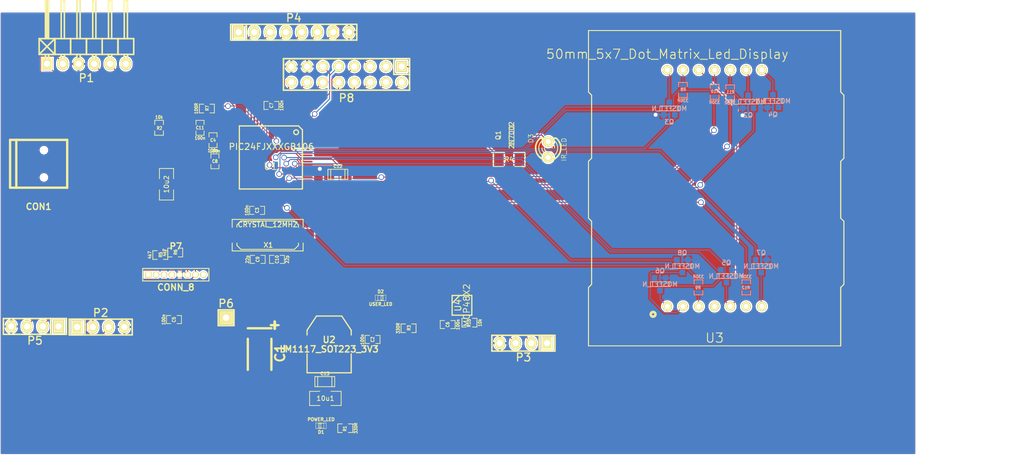
<source format=kicad_pcb>
(kicad_pcb (version 4) (host pcbnew "(2014-08-02 BZR 5044)-product")
  (layers (0 F.Cu signal) (31 B.Cu signal) (34 B.Paste user) (35 F.Paste user) (36 B.SilkS user) (37 F.SilkS user) (38 B.Mask user) (39 F.Mask user) (44 Edge.Cuts user))
  (net 0 "")
  (net 1 +3.3V)
  (net 2 +5V)
  (net 3 /RE0)
  (net 4 /RE1)
  (net 5 /RE2)
  (net 6 /RE3)
  (net 7 /RE4)
  (net 8 /RE5)
  (net 9 /RE6)
  (net 10 /RE7)
  (net 11 /VUSB)
  (net 12 GND)
  (net 13 N-0000050)
  (net 14 PGC)
  (net 15 PGD)
  (net 16 SCL)
  (net 17 SDA)
  (net 18 ~MCLR~)
  (net 19 "Net-(C9-Pad1)")
  (net 20 "Net-(C10-Pad1)")
  (net 21 "Net-(C12-Pad1)")
  (net 22 D-)
  (net 23 D+)
  (net 24 "Net-(CON1-Pad4)")
  (net 25 "Net-(D1-Pad1)")
  (net 26 "Net-(D2-Pad1)")
  (net 27 "Net-(D3-Pad1)")
  (net 28 "Net-(D3-Pad2)")
  (net 29 "Net-(P1-Pad6)")
  (net 30 "Net-(P7-Pad2)")
  (net 31 "Net-(P7-Pad3)")
  (net 32 ~LCD_RESET~)
  (net 33 /USER_LED)
  (net 34 "Net-(R7-Pad2)")
  (net 35 "Net-(U1-Pad21)")
  (net 36 "Net-(U1-Pad22)")
  (net 37 "Net-(U1-Pad23)")
  (net 38 "Net-(U1-Pad24)")
  (net 39 "Net-(U1-Pad27)")
  (net 40 "Net-(U1-Pad28)")
  (net 41 "Net-(U1-Pad33)")
  (net 42 "Net-(U1-Pad34)")
  (net 43 "Net-(U1-Pad35)")
  (net 44 "Net-(U1-Pad36)")
  (net 45 "Net-(U1-Pad37)")
  (net 46 "Net-(U1-Pad47)")
  (net 47 "Net-(U1-Pad48)")
  (net 48 "Net-(U1-Pad58)")
  (net 49 "Net-(U1-Pad59)")
  (net 50 "/Dot Matrix Sheet/C1")
  (net 51 "Net-(R8-Pad2)")
  (net 52 "/Dot Matrix Sheet/C2")
  (net 53 "Net-(R9-Pad2)")
  (net 54 "/Dot Matrix Sheet/C3")
  (net 55 "Net-(R10-Pad2)")
  (net 56 "/Dot Matrix Sheet/C4")
  (net 57 "Net-(R11-Pad2)")
  (net 58 "/Dot Matrix Sheet/C5")
  (net 59 "Net-(R12-Pad2)")
  (net 60 "Net-(Q6-PadD)")
  (net 61 "Net-(Q8-PadD)")
  (net 62 "Net-(Q5-PadD)")
  (net 63 "Net-(Q7-PadD)")
  (net 64 "Net-(Q4-PadD)")
  (net 65 "Net-(Q2-PadD)")
  (net 66 "Net-(Q3-PadD)")
  (net 67 /MCUSection/RP29)
  (net 68 /MCUSection/RP14)
  (net 69 /MCUSection/PORTD0)
  (net 70 /MCUSection/PORTD1)
  (net 71 /MCUSection/PORTD2)
  (net 72 /MCUSection/PORTD4)
  (net 73 /MCUSection/PORTD3)
  (net 74 /MCUSection/PORTD5)
  (net 75 /MCUSection/PORTD6)
  (net 76 IR_LED)
  (net 77 "Net-(D2-Pad2)")
  (net 78 /MCUSection/AN0)
  (net 79 /MCUSection/AN1)
  (net 80 /MCUSection/AN2)
  (net 81 /MCUSection/AN3)
  (net 82 /MCUSection/AN4)
  (net 83 /MCUSection/AN5)
  (net 84 /MCUSection/RP27/RG9)
  (net 85 /MCUSection/RP19/RG8)
  (net 86 /MCUSection/RP26/RG7)
  (net 87 /MCUSection/RP21/RG6)
  (net 88 /VOUTA)
  (net 89 /VOUTB)
  (net 90 /~LDAC~)
  (net 91 /~CS~DAC)
  (net 92 /SCKDAC)
  (net 93 /SDIDAC)
  (module SM1206 (layer F.Cu) (at 65.6 75.5 180)
    (fp_text reference 10u1 (at 0 0 180) (layer F.SilkS) (effects (font (size 0.762 0.762) (thickness 0.127))))
    (fp_text value C hide)
    (pad 1 smd rect (at -1.651 0 180) (size 1.524 2.032) (layers F.Cu F.Paste F.Mask) (net 1 +3.3V))
    (pad 2 smd rect (at 1.651 0 180) (size 1.524 2.032) (layers F.Cu F.Paste F.Mask) (net 12 GND))
  )
  (module SM1206 (layer F.Cu) (at 40 41 90)
    (fp_text reference 10u2 (at 0 0 90) (layer F.SilkS) (effects (font (size 0.762 0.762) (thickness 0.127))))
    (fp_text value C hide)
    (pad 1 smd rect (at -1.651 0 90) (size 1.524 2.032) (layers F.Cu F.Paste F.Mask) (net 12 GND))
    (pad 2 smd rect (at 1.651 0 90) (size 1.524 2.032) (layers F.Cu F.Paste F.Mask) (net 13 N-0000050))
  )
  (module pin_array_8_50mil (layer F.Cu) (at 41.5 54.3)
    (fp_text reference P7 (at 0 -3.302) (layer F.SilkS) (effects (font (size 1.016 1.016) (thickness 0.2032))))
    (fp_text value CONN_8 (at 0 3.302) (layer F.SilkS) (effects (font (size 1.016 1.016) (thickness 0.2032))))
    (pad 1 thru_hole rect (at -4.445 1.27) (size 1.016 1.016) (drill 0.635) (layers *.Cu *.Mask F.SilkS) (net 2 +5V))
    (pad 2 thru_hole circle (at -3.175 1.27) (size 1.016 1.016) (drill 0.635) (layers *.Cu *.Mask F.SilkS) (net 30 "Net-(P7-Pad2)"))
    (pad 3 thru_hole circle (at -1.905 1.27) (size 1.016 1.016) (drill 0.635) (layers *.Cu *.Mask F.SilkS) (net 31 "Net-(P7-Pad3)"))
    (pad 4 thru_hole circle (at -0.635 1.27) (size 1.016 1.016) (drill 0.635) (layers *.Cu *.Mask F.SilkS) (net 2 +5V))
    (pad 5 thru_hole circle (at 0.635 1.27) (size 1.016 1.016) (drill 0.635) (layers *.Cu *.Mask F.SilkS) (net 12 GND))
    (pad 6 thru_hole circle (at 1.905 1.27) (size 1.016 1.016) (drill 0.635) (layers *.Cu *.Mask F.SilkS) (net 17 SDA))
    (pad 7 thru_hole circle (at 3.175 1.27) (size 1.016 1.016) (drill 0.635) (layers *.Cu *.Mask F.SilkS) (net 16 SCL))
    (pad 8 thru_hole circle (at 4.445 1.27) (size 1.016 1.016) (drill 0.635) (layers *.Cu *.Mask F.SilkS) (net 32 ~LCD_RESET~))
  )
  (module Capacitors_SMD:c_1206 (layer F.Cu) (at 67.6 39.4)
    (fp_text reference C12 (at 0.0254 -1.2954) (layer F.SilkS) (effects (font (size 0.50038 0.50038) (thickness 0.11938))))
    (fp_text value 10u hide)
    (pad 1 smd rect (at 1.397 0) (size 1.6002 1.8034) (layers F.Cu F.Paste F.Mask) (net 21 "Net-(C12-Pad1)"))
    (pad 2 smd rect (at -1.397 0) (size 1.6002 1.8034) (layers F.Cu F.Paste F.Mask) (net 12 GND))
  )
  (module Capacitors_SMD:c_1206 (layer F.Cu) (at 65.5 72.8)
    (fp_text reference C13 (at 0.0254 -1.2954) (layer F.SilkS) (effects (font (size 0.50038 0.50038) (thickness 0.11938))))
    (fp_text value 10u hide)
    (pad 1 smd rect (at 1.397 0) (size 1.6002 1.8034) (layers F.Cu F.Paste F.Mask) (net 1 +3.3V))
    (pad 2 smd rect (at -1.397 0) (size 1.6002 1.8034) (layers F.Cu F.Paste F.Mask) (net 12 GND))
  )
  (module Connect:USB_MINI_B (layer F.Cu) (at 19.4 37.7)
    (fp_text reference CON1 (at 0 6.90118) (layer F.SilkS) (effects (font (size 1.016 1.016) (thickness 0.2032))))
    (fp_text value USB-MINI-B hide)
    (pad 1 smd rect (at 3.44932 -1.6002) (size 2.30124 0.50038) (layers F.Cu F.Paste F.Mask) (net 2 +5V))
    (pad 2 smd rect (at 3.44932 -0.8001) (size 2.30124 0.50038) (layers F.Cu F.Paste F.Mask) (net 22 D-))
    (pad 3 smd rect (at 3.44932 0) (size 2.30124 0.50038) (layers F.Cu F.Paste F.Mask) (net 23 D+))
    (pad 4 smd rect (at 3.44932 0.8001) (size 2.30124 0.50038) (layers F.Cu F.Paste F.Mask) (net 24 "Net-(CON1-Pad4)"))
    (pad 5 smd rect (at 3.44932 1.6002) (size 2.30124 0.50038) (layers F.Cu F.Paste F.Mask) (net 12 GND))
    (pad 6 smd rect (at 3.35026 -4.45008) (size 2.49936 1.99898) (layers F.Cu F.Paste F.Mask) (net 12 GND))
    (pad 7 smd rect (at -2.14884 -4.45008) (size 2.49936 1.99898) (layers F.Cu F.Paste F.Mask) (net 12 GND))
    (pad 8 smd rect (at 3.35026 4.45008) (size 2.49936 1.99898) (layers F.Cu F.Paste F.Mask) (net 12 GND))
    (pad 9 smd rect (at -2.14884 4.45008) (size 2.49936 1.99898) (layers F.Cu F.Paste F.Mask) (net 12 GND))
    (pad "" np_thru_hole circle (at 0.8509 -2.19964) (size 0.89916 0.89916) (drill 0.89916) (layers *.Cu *.Mask F.SilkS))
    (pad 2 np_thru_hole circle (at 0.8509 2.19964) (size 0.89916 0.89916) (drill 0.89916) (layers *.Cu *.Mask F.SilkS) (net 22 D-))
  )
  (module LEDs:LED-0603 (layer F.Cu) (at 64.9 79.9 180)
    (fp_text reference D1 (at 0 -1.016 180) (layer F.SilkS) (effects (font (size 0.508 0.508) (thickness 0.127))))
    (fp_text value POWER_LED (at 0 1.016 180) (layer F.SilkS) (effects (font (size 0.508 0.508) (thickness 0.127))))
    (pad 1 smd rect (at -0.7493 0 180) (size 0.79756 0.79756) (layers F.Cu F.Paste F.Mask) (net 25 "Net-(D1-Pad1)"))
    (pad 2 smd rect (at 0.7493 0 180) (size 0.79756 0.79756) (layers F.Cu F.Paste F.Mask) (net 12 GND))
  )
  (module LEDs:LED-0603 (layer F.Cu) (at 74.5 59.3)
    (fp_text reference D2 (at 0 -1.016) (layer F.SilkS) (effects (font (size 0.508 0.508) (thickness 0.127))))
    (fp_text value USER_LED (at 0 1.016) (layer F.SilkS) (effects (font (size 0.508 0.508) (thickness 0.127))))
    (pad 1 smd rect (at -0.7493 0) (size 0.79756 0.79756) (layers F.Cu F.Paste F.Mask) (net 26 "Net-(D2-Pad1)"))
    (pad 2 smd rect (at 0.7493 0) (size 0.79756 0.79756) (layers F.Cu F.Paste F.Mask) (net 77 "Net-(D2-Pad2)"))
  )
  (module LEDs:LED-3MM (layer F.Cu) (at 101.5 35.4 90)
    (fp_text reference D3 (at 1.778 -2.794 90) (layer F.SilkS) (effects (font (size 0.762 0.762) (thickness 0.0889))))
    (fp_text value IR_LED (at 0 2.54 90) (layer F.SilkS) (effects (font (size 0.762 0.762) (thickness 0.0889))))
    (pad 1 thru_hole circle (at -1.27 0 90) (size 1.6764 1.6764) (drill 0.8128) (layers *.Cu *.Mask F.SilkS) (net 27 "Net-(D3-Pad1)"))
    (pad 2 thru_hole circle (at 1.27 0 90) (size 1.6764 1.6764) (drill 0.8128) (layers *.Cu *.Mask F.SilkS) (net 28 "Net-(D3-Pad2)"))
  )
  (module Pin_Headers:Pin_Header_Straight_1x04 (layer F.Cu) (at 29.4 64)
    (fp_text reference P2 (at 0 -2.286) (layer F.SilkS) (effects (font (size 1.27 1.27) (thickness 0.2032))))
    (fp_text value CONN_4 hide)
    (pad 1 thru_hole rect (at -3.81 0) (size 1.7272 2.032) (drill 1.016) (layers *.Cu *.Mask F.SilkS) (net 2 +5V))
    (pad 2 thru_hole oval (at -1.27 0) (size 1.7272 2.032) (drill 1.016) (layers *.Cu *.Mask F.SilkS) (net 16 SCL))
    (pad 3 thru_hole oval (at 1.27 0) (size 1.7272 2.032) (drill 1.016) (layers *.Cu *.Mask F.SilkS) (net 17 SDA))
    (pad 4 thru_hole oval (at 3.81 0) (size 1.7272 2.032) (drill 1.016) (layers *.Cu *.Mask F.SilkS) (net 12 GND))
  )
  (module Pin_Headers:Pin_Header_Straight_1x04 (layer F.Cu) (at 18.8 63.9 180)
    (fp_text reference P5 (at 0 -2.286 180) (layer F.SilkS) (effects (font (size 1.27 1.27) (thickness 0.2032))))
    (fp_text value CONN_4 hide)
    (pad 1 thru_hole rect (at -3.81 0 180) (size 1.7272 2.032) (drill 1.016) (layers *.Cu *.Mask F.SilkS) (net 1 +3.3V))
    (pad 2 thru_hole oval (at -1.27 0 180) (size 1.7272 2.032) (drill 1.016) (layers *.Cu *.Mask F.SilkS) (net 67 /MCUSection/RP29))
    (pad 3 thru_hole oval (at 1.27 0 180) (size 1.7272 2.032) (drill 1.016) (layers *.Cu *.Mask F.SilkS) (net 68 /MCUSection/RP14))
    (pad 4 thru_hole oval (at 3.81 0 180) (size 1.7272 2.032) (drill 1.016) (layers *.Cu *.Mask F.SilkS) (net 12 GND))
  )
  (module Pin_Headers:Pin_Header_Straight_1x01 (layer F.Cu) (at 49.6 62.5)
    (fp_text reference P6 (at 0 -2.286) (layer F.SilkS) (effects (font (size 1.27 1.27) (thickness 0.2032))))
    (fp_text value CONN_1 hide)
    (pad 1 thru_hole rect (at 0 0) (size 2.2352 2.2352) (drill 1.016) (layers *.Cu *.Mask F.SilkS) (net 11 /VUSB))
  )
  (module Pin_Headers:Pin_Header_Straight_2x08 (layer F.Cu) (at 69 23.3 180)
    (fp_text reference P8 (at 0 -3.81 180) (layer F.SilkS) (effects (font (size 1.27 1.27) (thickness 0.2032))))
    (fp_text value CONN_8X2 hide)
    (pad 1 thru_hole rect (at -8.89 1.27 180) (size 1.7272 1.7272) (drill 1.016) (layers *.Cu *.Mask F.SilkS) (net 2 +5V))
    (pad 2 thru_hole oval (at -8.89 -1.27 180) (size 1.7272 1.7272) (drill 1.016) (layers *.Cu *.Mask F.SilkS) (net 3 /RE0))
    (pad 3 thru_hole oval (at -6.35 1.27 180) (size 1.7272 1.7272) (drill 1.016) (layers *.Cu *.Mask F.SilkS) (net 1 +3.3V))
    (pad 4 thru_hole oval (at -6.35 -1.27 180) (size 1.7272 1.7272) (drill 1.016) (layers *.Cu *.Mask F.SilkS) (net 4 /RE1))
    (pad 5 thru_hole oval (at -3.81 1.27 180) (size 1.7272 1.7272) (drill 1.016) (layers *.Cu *.Mask F.SilkS) (net 84 /MCUSection/RP27/RG9))
    (pad 6 thru_hole oval (at -3.81 -1.27 180) (size 1.7272 1.7272) (drill 1.016) (layers *.Cu *.Mask F.SilkS) (net 5 /RE2))
    (pad 7 thru_hole oval (at -1.27 1.27 180) (size 1.7272 1.7272) (drill 1.016) (layers *.Cu *.Mask F.SilkS) (net 85 /MCUSection/RP19/RG8))
    (pad 8 thru_hole oval (at -1.27 -1.27 180) (size 1.7272 1.7272) (drill 1.016) (layers *.Cu *.Mask F.SilkS) (net 6 /RE3))
    (pad 9 thru_hole oval (at 1.27 1.27 180) (size 1.7272 1.7272) (drill 1.016) (layers *.Cu *.Mask F.SilkS) (net 86 /MCUSection/RP26/RG7))
    (pad 10 thru_hole oval (at 1.27 -1.27 180) (size 1.7272 1.7272) (drill 1.016) (layers *.Cu *.Mask F.SilkS) (net 7 /RE4))
    (pad 11 thru_hole oval (at 3.81 1.27 180) (size 1.7272 1.7272) (drill 1.016) (layers *.Cu *.Mask F.SilkS) (net 87 /MCUSection/RP21/RG6))
    (pad 12 thru_hole oval (at 3.81 -1.27 180) (size 1.7272 1.7272) (drill 1.016) (layers *.Cu *.Mask F.SilkS) (net 8 /RE5))
    (pad 13 thru_hole oval (at 6.35 1.27 180) (size 1.7272 1.7272) (drill 1.016) (layers *.Cu *.Mask F.SilkS) (net 12 GND))
    (pad 14 thru_hole oval (at 6.35 -1.27 180) (size 1.7272 1.7272) (drill 1.016) (layers *.Cu *.Mask F.SilkS) (net 9 /RE6))
    (pad 15 thru_hole oval (at 8.89 1.27 180) (size 1.7272 1.7272) (drill 1.016) (layers *.Cu *.Mask F.SilkS) (net 12 GND))
    (pad 16 thru_hole oval (at 8.89 -1.27 180) (size 1.7272 1.7272) (drill 1.016) (layers *.Cu *.Mask F.SilkS) (net 10 /RE7))
  )
  (module SMD_Packages:TQFP_64 (layer F.Cu) (at 56.9 36.6 180)
    (fp_text reference U1 (at 0.127 -1.524 180) (layer F.SilkS) (effects (font (size 1.09982 1.09982) (thickness 0.127))))
    (fp_text value PIC24FJXXXGB106 (at 0 1.651 180) (layer F.SilkS) (effects (font (size 1.00076 1.00076) (thickness 0.1524))))
    (pad 1 smd rect (at -3.74904 5.86994 180) (size 0.24892 1.524) (layers F.Cu F.Paste F.Mask) (net 8 /RE5))
    (pad 2 smd oval (at -3.24866 5.86994 180) (size 0.24892 1.524) (layers F.Cu F.Paste F.Mask) (net 9 /RE6))
    (pad 3 smd oval (at -2.74828 5.86994 180) (size 0.24892 1.524) (layers F.Cu F.Paste F.Mask) (net 10 /RE7))
    (pad 4 smd oval (at -2.2479 5.86994 180) (size 0.24892 1.524) (layers F.Cu F.Paste F.Mask) (net 87 /MCUSection/RP21/RG6))
    (pad 5 smd oval (at -1.74752 5.86994 180) (size 0.24892 1.524) (layers F.Cu F.Paste F.Mask) (net 86 /MCUSection/RP26/RG7))
    (pad 6 smd oval (at -1.24968 5.86994 180) (size 0.24892 1.524) (layers F.Cu F.Paste F.Mask) (net 85 /MCUSection/RP19/RG8))
    (pad 7 smd oval (at -0.7493 5.86994 180) (size 0.24892 1.524) (layers F.Cu F.Paste F.Mask) (net 34 "Net-(R7-Pad2)"))
    (pad 8 smd oval (at -0.24892 5.86994 180) (size 0.24892 1.524) (layers F.Cu F.Paste F.Mask) (net 84 /MCUSection/RP27/RG9))
    (pad 9 smd oval (at 0.25146 5.86994 180) (size 0.24892 1.524) (layers F.Cu F.Paste F.Mask) (net 12 GND))
    (pad 10 smd oval (at 0.75184 5.86994 180) (size 0.24892 1.524) (layers F.Cu F.Paste F.Mask) (net 1 +3.3V))
    (pad 11 smd oval (at 1.25222 5.86994 180) (size 0.24892 1.524) (layers F.Cu F.Paste F.Mask) (net 83 /MCUSection/AN5))
    (pad 12 smd oval (at 1.75006 5.86994 180) (size 0.24892 1.524) (layers F.Cu F.Paste F.Mask) (net 82 /MCUSection/AN4))
    (pad 13 smd oval (at 2.25044 5.86994 180) (size 0.24892 1.524) (layers F.Cu F.Paste F.Mask) (net 81 /MCUSection/AN3))
    (pad 14 smd oval (at 2.75082 5.86994 180) (size 0.24892 1.524) (layers F.Cu F.Paste F.Mask) (net 80 /MCUSection/AN2))
    (pad 15 smd oval (at 3.2512 5.86994 180) (size 0.24892 1.524) (layers F.Cu F.Paste F.Mask) (net 79 /MCUSection/AN1))
    (pad 16 smd oval (at 3.75158 5.86994 180) (size 0.24892 1.524) (layers F.Cu F.Paste F.Mask) (net 78 /MCUSection/AN0))
    (pad 17 smd oval (at 6.0325 3.74904 180) (size 1.524 0.24892) (layers F.Cu F.Paste F.Mask) (net 14 PGC))
    (pad 18 smd oval (at 6.0325 3.24866 180) (size 1.524 0.24892) (layers F.Cu F.Paste F.Mask) (net 15 PGD))
    (pad 19 smd oval (at 6.0325 2.74828 180) (size 1.524 0.24892) (layers F.Cu F.Paste F.Mask) (net 1 +3.3V))
    (pad 20 smd oval (at 6.0325 2.2479 180) (size 1.524 0.24892) (layers F.Cu F.Paste F.Mask) (net 12 GND))
    (pad 21 smd oval (at 6.0325 1.74752 180) (size 1.524 0.24892) (layers F.Cu F.Paste F.Mask) (net 35 "Net-(U1-Pad21)"))
    (pad 22 smd oval (at 6.0325 1.24968 180) (size 1.524 0.24892) (layers F.Cu F.Paste F.Mask) (net 36 "Net-(U1-Pad22)"))
    (pad 23 smd oval (at 6.0325 0.7493 180) (size 1.524 0.24892) (layers F.Cu F.Paste F.Mask) (net 37 "Net-(U1-Pad23)"))
    (pad 24 smd oval (at 6.0325 0.24892 180) (size 1.524 0.24892) (layers F.Cu F.Paste F.Mask) (net 38 "Net-(U1-Pad24)"))
    (pad 25 smd oval (at 6.0325 -0.25146 180) (size 1.524 0.24892) (layers F.Cu F.Paste F.Mask) (net 12 GND))
    (pad 26 smd oval (at 6.0325 -0.75184 180) (size 1.524 0.24892) (layers F.Cu F.Paste F.Mask) (net 1 +3.3V))
    (pad 27 smd oval (at 6.0325 -1.25222 180) (size 1.524 0.24892) (layers F.Cu F.Paste F.Mask) (net 39 "Net-(U1-Pad27)"))
    (pad 28 smd oval (at 6.0325 -1.75006 180) (size 1.524 0.24892) (layers F.Cu F.Paste F.Mask) (net 40 "Net-(U1-Pad28)"))
    (pad 29 smd oval (at 6.0325 -2.25044 180) (size 1.524 0.24892) (layers F.Cu F.Paste F.Mask) (net 68 /MCUSection/RP14))
    (pad 30 smd oval (at 6.0325 -2.75082 180) (size 1.524 0.24892) (layers F.Cu F.Paste F.Mask) (net 67 /MCUSection/RP29))
    (pad 31 smd oval (at 6.0325 -3.2512 180) (size 1.524 0.24892) (layers F.Cu F.Paste F.Mask) (net 17 SDA))
    (pad 32 smd oval (at 6.0325 -3.75158 180) (size 1.524 0.24892) (layers F.Cu F.Paste F.Mask) (net 16 SCL))
    (pad 33 smd oval (at 3.75158 -6.0325 180) (size 0.24892 1.524) (layers F.Cu F.Paste F.Mask) (net 41 "Net-(U1-Pad33)"))
    (pad 34 smd oval (at 3.2512 -6.0325 180) (size 0.24892 1.524) (layers F.Cu F.Paste F.Mask) (net 42 "Net-(U1-Pad34)"))
    (pad 35 smd oval (at 2.75082 -6.0325 180) (size 0.24892 1.524) (layers F.Cu F.Paste F.Mask) (net 43 "Net-(U1-Pad35)"))
    (pad 36 smd oval (at 2.25044 -6.0325 180) (size 0.24892 1.524) (layers F.Cu F.Paste F.Mask) (net 44 "Net-(U1-Pad36)"))
    (pad 37 smd oval (at 1.75006 -6.0325 180) (size 0.24892 1.524) (layers F.Cu F.Paste F.Mask) (net 45 "Net-(U1-Pad37)"))
    (pad 38 smd oval (at 1.25222 -6.0325 180) (size 0.24892 1.524) (layers F.Cu F.Paste F.Mask) (net 1 +3.3V))
    (pad 39 smd oval (at 0.75184 -6.0325 180) (size 0.24892 1.524) (layers F.Cu F.Paste F.Mask) (net 19 "Net-(C9-Pad1)"))
    (pad 40 smd oval (at 0.25146 -6.0325 180) (size 0.24892 1.524) (layers F.Cu F.Paste F.Mask) (net 20 "Net-(C10-Pad1)"))
    (pad 41 smd oval (at -0.24892 -6.0325 180) (size 0.24892 1.524) (layers F.Cu F.Paste F.Mask) (net 12 GND))
    (pad 42 smd oval (at -0.7493 -6.0325 180) (size 0.24892 1.524) (layers F.Cu F.Paste F.Mask) (net 52 "/Dot Matrix Sheet/C2"))
    (pad 43 smd oval (at -1.24968 -6.0325 180) (size 0.24892 1.524) (layers F.Cu F.Paste F.Mask) (net 54 "/Dot Matrix Sheet/C3"))
    (pad 44 smd oval (at -1.74752 -6.0325 180) (size 0.24892 1.524) (layers F.Cu F.Paste F.Mask) (net 56 "/Dot Matrix Sheet/C4"))
    (pad 45 smd oval (at -2.2479 -6.0325 180) (size 0.24892 1.524) (layers F.Cu F.Paste F.Mask) (net 58 "/Dot Matrix Sheet/C5"))
    (pad 46 smd oval (at -2.74828 -6.0325 180) (size 0.24892 1.524) (layers F.Cu F.Paste F.Mask) (net 69 /MCUSection/PORTD0))
    (pad 47 smd oval (at -3.24866 -6.0325 180) (size 0.24892 1.524) (layers F.Cu F.Paste F.Mask) (net 46 "Net-(U1-Pad47)"))
    (pad 48 smd oval (at -3.74904 -6.0325 180) (size 0.24892 1.524) (layers F.Cu F.Paste F.Mask) (net 47 "Net-(U1-Pad48)"))
    (pad 49 smd oval (at -5.86994 -3.75158 180) (size 1.524 0.24892) (layers F.Cu F.Paste F.Mask) (net 70 /MCUSection/PORTD1))
    (pad 50 smd oval (at -5.86994 -3.2512 180) (size 1.524 0.24892) (layers F.Cu F.Paste F.Mask) (net 71 /MCUSection/PORTD2))
    (pad 52 smd oval (at -5.86994 -2.25044 180) (size 1.524 0.24892) (layers F.Cu F.Paste F.Mask) (net 72 /MCUSection/PORTD4))
    (pad 51 smd oval (at -5.88772 -2.75082 180) (size 1.524 0.24892) (layers F.Cu F.Paste F.Mask) (net 73 /MCUSection/PORTD3))
    (pad 53 smd oval (at -5.86994 -1.75006 180) (size 1.524 0.24892) (layers F.Cu F.Paste F.Mask) (net 74 /MCUSection/PORTD5))
    (pad 54 smd oval (at -5.86994 -1.25222 180) (size 1.524 0.24892) (layers F.Cu F.Paste F.Mask) (net 75 /MCUSection/PORTD6))
    (pad 55 smd oval (at -5.86994 -0.75184 180) (size 1.524 0.24892) (layers F.Cu F.Paste F.Mask) (net 50 "/Dot Matrix Sheet/C1"))
    (pad 56 smd oval (at -5.86994 -0.25146 180) (size 1.524 0.24892) (layers F.Cu F.Paste F.Mask) (net 21 "Net-(C12-Pad1)"))
    (pad 57 smd oval (at -5.86994 0.24892 180) (size 1.524 0.24892) (layers F.Cu F.Paste F.Mask) (net 1 +3.3V))
    (pad 58 smd oval (at -5.86994 0.7493 180) (size 1.524 0.24892) (layers F.Cu F.Paste F.Mask) (net 48 "Net-(U1-Pad58)"))
    (pad 59 smd oval (at -5.86994 1.24206 180) (size 1.524 0.24892) (layers F.Cu F.Paste F.Mask) (net 49 "Net-(U1-Pad59)"))
    (pad 60 smd oval (at -5.86994 1.74244 180) (size 1.524 0.24892) (layers F.Cu F.Paste F.Mask) (net 3 /RE0))
    (pad 61 smd oval (at -5.86994 2.24282 180) (size 1.524 0.24892) (layers F.Cu F.Paste F.Mask) (net 4 /RE1))
    (pad 62 smd oval (at -5.86994 2.7432 180) (size 1.524 0.24892) (layers F.Cu F.Paste F.Mask) (net 5 /RE2))
    (pad 63 smd oval (at -5.86994 3.24104 180) (size 1.524 0.24892) (layers F.Cu F.Paste F.Mask) (net 6 /RE3))
    (pad 64 smd oval (at -5.86994 3.74142 180) (size 1.524 0.24892) (layers F.Cu F.Paste F.Mask) (net 7 /RE4))
  )
  (module SMD_Packages:SOT223 (layer F.Cu) (at 66.2 66.8)
    (fp_text reference U2 (at 0 -0.762) (layer F.SilkS) (effects (font (size 1.016 1.016) (thickness 0.2032))))
    (fp_text value LM1117_SOT223_3V3 (at 0 0.762) (layer F.SilkS) (effects (font (size 1.016 1.016) (thickness 0.2032))))
    (pad 4 smd rect (at 0 -3.302) (size 3.6576 2.032) (layers F.Cu F.Paste F.Mask))
    (pad 2 smd rect (at 0 3.302) (size 1.016 2.032) (layers F.Cu F.Paste F.Mask) (net 1 +3.3V))
    (pad 3 smd rect (at 2.286 3.302) (size 1.016 2.032) (layers F.Cu F.Paste F.Mask) (net 2 +5V))
    (pad 1 smd rect (at -2.286 3.302) (size 1.016 2.032) (layers F.Cu F.Paste F.Mask) (net 12 GND))
  )
  (module Crystals_Oscillators_SMD:Q_49U3HMS (layer F.Cu) (at 56.3 49.2 180)
    (fp_text reference X1 (at -0.1 -1.6 180) (layer F.SilkS) (effects (font (size 0.8 0.8))))
    (fp_text value CRYSTAL_12MHZ (at 0 1.7 180) (layer F.SilkS) (effects (font (size 0.8 0.8))))
    (pad 1 smd rect (at -4.699 0 180) (size 5.4991 1.99898) (layers F.Cu F.Paste F.Mask) (net 20 "Net-(C10-Pad1)"))
    (pad 2 smd rect (at 4.699 0 180) (size 5.4991 1.99898) (layers F.Cu F.Paste F.Mask) (net 19 "Net-(C9-Pad1)"))
  )
  (module Capacitors_Tantalum_SMD:TantalC_SizeB_EIA-3528_HandSoldering (layer F.Cu) (at 55 68.4 270)
    (fp_text reference C1 (at -0.20066 -3.29946 270) (layer F.SilkS) (effects (font (thickness 0.3048))))
    (fp_text value 47uF hide)
    (fp_text user + (at -4.70154 -2.4003 270) (layer F.SilkS) (effects (font (thickness 0.3048))))
    (pad 2 smd rect (at 2.12598 0 270) (size 3.1496 1.80086) (layers F.Cu F.Paste F.Mask) (net 12 GND))
    (pad 1 smd rect (at -2.12598 0 270) (size 3.1496 1.80086) (layers F.Cu F.Paste F.Mask) (net 2 +5V))
  )
  (module Pin_Headers:Pin_Header_Angled_1x06 (layer F.Cu) (at 27.1 21.6)
    (fp_text reference P1 (at 0 2.286) (layer F.SilkS) (effects (font (size 1.27 1.27) (thickness 0.2032))))
    (fp_text value CONN_6 hide)
    (pad 1 thru_hole rect (at -6.35 0) (size 1.7272 2.032) (drill 1.016) (layers *.Cu *.Mask F.SilkS) (net 18 ~MCLR~))
    (pad 2 thru_hole oval (at -3.81 0) (size 1.7272 2.032) (drill 1.016) (layers *.Cu *.Mask F.SilkS) (net 1 +3.3V))
    (pad 3 thru_hole oval (at -1.27 0) (size 1.7272 2.032) (drill 1.016) (layers *.Cu *.Mask F.SilkS) (net 12 GND))
    (pad 4 thru_hole oval (at 1.27 0) (size 1.7272 2.032) (drill 1.016) (layers *.Cu *.Mask F.SilkS) (net 15 PGD))
    (pad 5 thru_hole oval (at 3.81 0) (size 1.7272 2.032) (drill 1.016) (layers *.Cu *.Mask F.SilkS) (net 14 PGC))
    (pad 6 thru_hole oval (at 6.35 0) (size 1.7272 2.032) (drill 1.016) (layers *.Cu *.Mask F.SilkS) (net 29 "Net-(P1-Pad6)"))
  )
  (module SMD_Packages:SMD-0603_r (layer F.Cu) (at 68.8 80.3 180)
    (fp_text reference R1 (at 0.0635 -0.0635 270) (layer F.SilkS) (effects (font (size 0.50038 0.4572) (thickness 0.1143))))
    (fp_text value 330R (at -1.69926 0 270) (layer F.SilkS) (effects (font (size 0.508 0.4572) (thickness 0.1143))))
    (pad 1 smd rect (at -0.762 0 180) (size 0.635 1.143) (layers F.Cu F.Paste F.Mask) (net 2 +5V))
    (pad 2 smd rect (at 0.762 0 180) (size 0.635 1.143) (layers F.Cu F.Paste F.Mask) (net 25 "Net-(D1-Pad1)"))
  )
  (module SMD_Packages:SMD-0603_r (layer F.Cu) (at 38.8 31.9 270)
    (fp_text reference R2 (at 0.0635 -0.0635 360) (layer F.SilkS) (effects (font (size 0.50038 0.4572) (thickness 0.1143))))
    (fp_text value 10k (at -1.69926 0 360) (layer F.SilkS) (effects (font (size 0.508 0.4572) (thickness 0.1143))))
    (pad 1 smd rect (at -0.762 0 270) (size 0.635 1.143) (layers F.Cu F.Paste F.Mask) (net 18 ~MCLR~))
    (pad 2 smd rect (at 0.762 0 270) (size 0.635 1.143) (layers F.Cu F.Paste F.Mask) (net 1 +3.3V))
  )
  (module SMD_Packages:SMD-0603_r (layer F.Cu) (at 79 64.2)
    (fp_text reference R3 (at 0.0635 -0.0635 90) (layer F.SilkS) (effects (font (size 0.50038 0.4572) (thickness 0.1143))))
    (fp_text value 330R (at -1.69926 0 90) (layer F.SilkS) (effects (font (size 0.508 0.4572) (thickness 0.1143))))
    (pad 1 smd rect (at -0.762 0) (size 0.635 1.143) (layers F.Cu F.Paste F.Mask) (net 33 /USER_LED))
    (pad 2 smd rect (at 0.762 0) (size 0.635 1.143) (layers F.Cu F.Paste F.Mask) (net 26 "Net-(D2-Pad1)"))
  )
  (module SMD_Packages:SMD-1206 (layer F.Cu) (at 95.2 37)
    (fp_text reference R4 (at 0 0) (layer F.SilkS) (effects (font (size 0.762 0.762) (thickness 0.127))))
    (fp_text value 100R hide)
    (pad 1 smd rect (at -1.651 0) (size 1.524 2.032) (layers F.Cu F.Paste F.Mask) (net 2 +5V))
    (pad 2 smd rect (at 1.651 0) (size 1.524 2.032) (layers F.Cu F.Paste F.Mask) (net 27 "Net-(D3-Pad1)"))
  )
  (module SMD_Packages:SMD-0603_r (layer F.Cu) (at 39 52.4)
    (fp_text reference R5 (at 0.0635 -0.0635 90) (layer F.SilkS) (effects (font (size 0.50038 0.4572) (thickness 0.1143))))
    (fp_text value 4k7 (at -1.69926 0 90) (layer F.SilkS) (effects (font (size 0.508 0.4572) (thickness 0.1143))))
    (pad 1 smd rect (at -0.762 0) (size 0.635 1.143) (layers F.Cu F.Paste F.Mask) (net 2 +5V))
    (pad 2 smd rect (at 0.762 0) (size 0.635 1.143) (layers F.Cu F.Paste F.Mask) (net 17 SDA))
  )
  (module SMD_Packages:SMD-0603_r (layer F.Cu) (at 41.4 52)
    (fp_text reference R6 (at 0.0635 -0.0635 90) (layer F.SilkS) (effects (font (size 0.50038 0.4572) (thickness 0.1143))))
    (fp_text value 4k7 (at -1.69926 0 90) (layer F.SilkS) (effects (font (size 0.508 0.4572) (thickness 0.1143))))
    (pad 1 smd rect (at -0.762 0) (size 0.635 1.143) (layers F.Cu F.Paste F.Mask) (net 2 +5V))
    (pad 2 smd rect (at 0.762 0) (size 0.635 1.143) (layers F.Cu F.Paste F.Mask) (net 16 SCL))
  )
  (module SMD_Packages:SMD-0603_r (layer F.Cu) (at 46.5 28.8)
    (fp_text reference R7 (at 0.0635 -0.0635 90) (layer F.SilkS) (effects (font (size 0.50038 0.4572) (thickness 0.1143))))
    (fp_text value 100R (at -1.69926 0 90) (layer F.SilkS) (effects (font (size 0.508 0.4572) (thickness 0.1143))))
    (pad 1 smd rect (at -0.762 0) (size 0.635 1.143) (layers F.Cu F.Paste F.Mask) (net 18 ~MCLR~))
    (pad 2 smd rect (at 0.762 0) (size 0.635 1.143) (layers F.Cu F.Paste F.Mask) (net 34 "Net-(R7-Pad2)"))
  )
  (module SMD_Packages:SMD-0603_r (layer B.Cu) (at 123.2 25.8 90)
    (fp_text reference R8 (at 0.0635 0.0635 360) (layer B.SilkS) (effects (font (size 0.50038 0.4572) (thickness 0.1143)) (justify mirror)))
    (fp_text value 330R (at -1.69926 0 360) (layer B.SilkS) (effects (font (size 0.508 0.4572) (thickness 0.1143)) (justify mirror)))
    (pad 1 smd rect (at -0.762 0 90) (size 0.635 1.143) (layers B.Cu B.Paste B.Mask) (net 50 "/Dot Matrix Sheet/C1"))
    (pad 2 smd rect (at 0.762 0 90) (size 0.635 1.143) (layers B.Cu B.Paste B.Mask) (net 51 "Net-(R8-Pad2)"))
  )
  (module SMD_Packages:SMD-0603_r (layer B.Cu) (at 125.7 57.6 270)
    (fp_text reference R9 (at 0.0635 0.0635 540) (layer B.SilkS) (effects (font (size 0.50038 0.4572) (thickness 0.1143)) (justify mirror)))
    (fp_text value 330R (at -1.69926 0 540) (layer B.SilkS) (effects (font (size 0.508 0.4572) (thickness 0.1143)) (justify mirror)))
    (pad 1 smd rect (at -0.762 0 270) (size 0.635 1.143) (layers B.Cu B.Paste B.Mask) (net 52 "/Dot Matrix Sheet/C2"))
    (pad 2 smd rect (at 0.762 0 270) (size 0.635 1.143) (layers B.Cu B.Paste B.Mask) (net 53 "Net-(R9-Pad2)"))
  )
  (module SMD_Packages:SMD-0603_r (layer B.Cu) (at 128.3 26.1 90)
    (fp_text reference R10 (at 0.0635 0.0635 360) (layer B.SilkS) (effects (font (size 0.50038 0.4572) (thickness 0.1143)) (justify mirror)))
    (fp_text value 330R (at -1.69926 0 360) (layer B.SilkS) (effects (font (size 0.508 0.4572) (thickness 0.1143)) (justify mirror)))
    (pad 1 smd rect (at -0.762 0 90) (size 0.635 1.143) (layers B.Cu B.Paste B.Mask) (net 54 "/Dot Matrix Sheet/C3"))
    (pad 2 smd rect (at 0.762 0 90) (size 0.635 1.143) (layers B.Cu B.Paste B.Mask) (net 55 "Net-(R10-Pad2)"))
  )
  (module SMD_Packages:SMD-0603_r (layer B.Cu) (at 130.8 26.2 90)
    (fp_text reference R11 (at 0.0635 0.0635 360) (layer B.SilkS) (effects (font (size 0.50038 0.4572) (thickness 0.1143)) (justify mirror)))
    (fp_text value 330R (at -1.69926 0 360) (layer B.SilkS) (effects (font (size 0.508 0.4572) (thickness 0.1143)) (justify mirror)))
    (pad 1 smd rect (at -0.762 0 90) (size 0.635 1.143) (layers B.Cu B.Paste B.Mask) (net 56 "/Dot Matrix Sheet/C4"))
    (pad 2 smd rect (at 0.762 0 90) (size 0.635 1.143) (layers B.Cu B.Paste B.Mask) (net 57 "Net-(R11-Pad2)"))
  )
  (module SMD_Packages:SMD-0603_r (layer B.Cu) (at 133.4 57.6 270)
    (fp_text reference R12 (at 0.0635 0.0635 540) (layer B.SilkS) (effects (font (size 0.50038 0.4572) (thickness 0.1143)) (justify mirror)))
    (fp_text value 330R (at -1.69926 0 540) (layer B.SilkS) (effects (font (size 0.508 0.4572) (thickness 0.1143)) (justify mirror)))
    (pad 1 smd rect (at -0.762 0 270) (size 0.635 1.143) (layers B.Cu B.Paste B.Mask) (net 58 "/Dot Matrix Sheet/C5"))
    (pad 2 smd rect (at 0.762 0 270) (size 0.635 1.143) (layers B.Cu B.Paste B.Mask) (net 59 "Net-(R12-Pad2)"))
  )
  (module display_hele:50mm5x7DotMatrixLed (layer F.Cu) (at 128.3 42.9)
    (fp_text reference U3 (at 0 22.86) (layer F.SilkS) (effects (font (size 1.5 1.5))))
    (fp_text value 50mm_5x7_Dot_Matrix_Led_Display (at -7.62 -22.86) (layer F.SilkS) (effects (font (size 1.5 1.5))))
    (pad 1 thru_hole circle (at -7.62 17.78) (size 1.524 1.524) (drill 0.8) (layers *.Cu *.Mask F.SilkS) (net 60 "Net-(Q6-PadD)"))
    (pad 2 thru_hole circle (at -5.08 17.78) (size 1.524 1.524) (drill 0.8) (layers *.Cu *.Mask F.SilkS) (net 61 "Net-(Q8-PadD)"))
    (pad 3 thru_hole circle (at -2.54 17.78) (size 1.524 1.524) (drill 0.8) (layers *.Cu *.Mask F.SilkS) (net 53 "Net-(R9-Pad2)"))
    (pad 4,11 thru_hole circle (at 0 17.78) (size 1.524 1.524) (drill 0.8) (layers *.Cu *.Mask F.SilkS) (net 55 "Net-(R10-Pad2)"))
    (pad 12,5 thru_hole circle (at 2.54 17.78) (size 1.524 1.524) (drill 0.8) (layers *.Cu *.Mask F.SilkS) (net 62 "Net-(Q5-PadD)"))
    (pad 6 thru_hole circle (at 5.08 17.78) (size 1.524 1.524) (drill 0.8) (layers *.Cu *.Mask F.SilkS) (net 59 "Net-(R12-Pad2)"))
    (pad 7 thru_hole circle (at 7.62 17.78) (size 1.524 1.524) (drill 0.8) (layers *.Cu *.Mask F.SilkS) (net 63 "Net-(Q7-PadD)"))
    (pad 8 thru_hole circle (at 7.62 -20.32) (size 1.524 1.524) (drill 0.8) (layers *.Cu *.Mask F.SilkS) (net 64 "Net-(Q4-PadD)"))
    (pad 9 thru_hole circle (at 5.08 -20.32) (size 1.524 1.524) (drill 0.8) (layers *.Cu *.Mask F.SilkS) (net 65 "Net-(Q2-PadD)"))
    (pad 10 thru_hole circle (at 2.54 -20.32) (size 1.524 1.524) (drill 0.8) (layers *.Cu *.Mask F.SilkS) (net 57 "Net-(R11-Pad2)"))
    (pad 4,11 thru_hole circle (at 0 -20.32) (size 1.524 1.524) (drill 0.8) (layers *.Cu *.Mask F.SilkS) (net 55 "Net-(R10-Pad2)"))
    (pad 12,5 thru_hole circle (at -2.54 -20.32) (size 1.524 1.524) (drill 0.8) (layers *.Cu *.Mask F.SilkS) (net 62 "Net-(Q5-PadD)"))
    (pad 13 thru_hole circle (at -5.08 -20.32) (size 1.524 1.524) (drill 0.8) (layers *.Cu *.Mask F.SilkS) (net 51 "Net-(R8-Pad2)"))
    (pad 14 thru_hole circle (at -7.62 -20.32) (size 1.524 1.524) (drill 0.8) (layers *.Cu *.Mask F.SilkS) (net 66 "Net-(Q3-PadD)"))
  )
  (module SMD_Packages:SOT-23-GDS (layer F.Cu) (at 95.6 33.1 90)
    (fp_text reference Q1 (at 0 -2.159 90) (layer F.SilkS) (effects (font (size 0.762 0.762) (thickness 0.12954))))
    (fp_text value 2N7002 (at 0 0 90) (layer F.SilkS) (effects (font (size 0.762 0.762) (thickness 0.12954))))
    (pad S smd rect (at -0.889 -1.016 90) (size 0.9144 0.9144) (layers F.Cu F.Paste F.Mask) (net 12 GND))
    (pad G smd rect (at 0.889 -1.016 90) (size 0.9144 0.9144) (layers F.Cu F.Paste F.Mask) (net 76 IR_LED))
    (pad D smd rect (at 0 1.016 90) (size 0.9144 0.9144) (layers F.Cu F.Paste F.Mask) (net 28 "Net-(D3-Pad2)"))
  )
  (module SMD_Packages:SOT-23-GDS (layer B.Cu) (at 133.7 27.7)
    (fp_text reference Q2 (at 0 2.159) (layer B.SilkS) (effects (font (size 0.762 0.762) (thickness 0.12954)) (justify mirror)))
    (fp_text value MOSFET_N (at 0 0) (layer B.SilkS) (effects (font (size 0.762 0.762) (thickness 0.12954)) (justify mirror)))
    (pad S smd rect (at -0.889 1.016) (size 0.9144 0.9144) (layers B.Cu B.Paste B.Mask) (net 12 GND))
    (pad G smd rect (at 0.889 1.016) (size 0.9144 0.9144) (layers B.Cu B.Paste B.Mask) (net 69 /MCUSection/PORTD0))
    (pad D smd rect (at 0 -1.016) (size 0.9144 0.9144) (layers B.Cu B.Paste B.Mask) (net 65 "Net-(Q2-PadD)"))
  )
  (module SMD_Packages:SOT-23-GDS (layer B.Cu) (at 121 28.8)
    (fp_text reference Q3 (at 0 2.159) (layer B.SilkS) (effects (font (size 0.762 0.762) (thickness 0.12954)) (justify mirror)))
    (fp_text value MOSFET_N (at 0 0) (layer B.SilkS) (effects (font (size 0.762 0.762) (thickness 0.12954)) (justify mirror)))
    (pad S smd rect (at -0.889 1.016) (size 0.9144 0.9144) (layers B.Cu B.Paste B.Mask) (net 12 GND))
    (pad G smd rect (at 0.889 1.016) (size 0.9144 0.9144) (layers B.Cu B.Paste B.Mask) (net 70 /MCUSection/PORTD1))
    (pad D smd rect (at 0 -1.016) (size 0.9144 0.9144) (layers B.Cu B.Paste B.Mask) (net 66 "Net-(Q3-PadD)"))
  )
  (module SMD_Packages:SOT-23-GDS (layer B.Cu) (at 137.7 27.6)
    (fp_text reference Q4 (at 0 2.159) (layer B.SilkS) (effects (font (size 0.762 0.762) (thickness 0.12954)) (justify mirror)))
    (fp_text value MOSFET_N (at 0 0) (layer B.SilkS) (effects (font (size 0.762 0.762) (thickness 0.12954)) (justify mirror)))
    (pad S smd rect (at -0.889 1.016) (size 0.9144 0.9144) (layers B.Cu B.Paste B.Mask) (net 12 GND))
    (pad G smd rect (at 0.889 1.016) (size 0.9144 0.9144) (layers B.Cu B.Paste B.Mask) (net 71 /MCUSection/PORTD2))
    (pad D smd rect (at 0 -1.016) (size 0.9144 0.9144) (layers B.Cu B.Paste B.Mask) (net 64 "Net-(Q4-PadD)"))
  )
  (module SMD_Packages:SOT-23-GDS (layer B.Cu) (at 130.2 55.8 180)
    (fp_text reference Q5 (at 0 2.159 180) (layer B.SilkS) (effects (font (size 0.762 0.762) (thickness 0.12954)) (justify mirror)))
    (fp_text value MOSFET_N (at 0 0 180) (layer B.SilkS) (effects (font (size 0.762 0.762) (thickness 0.12954)) (justify mirror)))
    (pad S smd rect (at -0.889 1.016 180) (size 0.9144 0.9144) (layers B.Cu B.Paste B.Mask) (net 12 GND))
    (pad G smd rect (at 0.889 1.016 180) (size 0.9144 0.9144) (layers B.Cu B.Paste B.Mask) (net 73 /MCUSection/PORTD3))
    (pad D smd rect (at 0 -1.016 180) (size 0.9144 0.9144) (layers B.Cu B.Paste B.Mask) (net 62 "Net-(Q5-PadD)"))
  )
  (module SMD_Packages:SOT-23-GDS (layer B.Cu) (at 119.5 57.1 180)
    (fp_text reference Q6 (at 0 2.159 180) (layer B.SilkS) (effects (font (size 0.762 0.762) (thickness 0.12954)) (justify mirror)))
    (fp_text value MOSFET_N (at 0 0 180) (layer B.SilkS) (effects (font (size 0.762 0.762) (thickness 0.12954)) (justify mirror)))
    (pad S smd rect (at -0.889 1.016 180) (size 0.9144 0.9144) (layers B.Cu B.Paste B.Mask) (net 12 GND))
    (pad G smd rect (at 0.889 1.016 180) (size 0.9144 0.9144) (layers B.Cu B.Paste B.Mask) (net 72 /MCUSection/PORTD4))
    (pad D smd rect (at 0 -1.016 180) (size 0.9144 0.9144) (layers B.Cu B.Paste B.Mask) (net 60 "Net-(Q6-PadD)"))
  )
  (module SMD_Packages:SOT-23-GDS (layer B.Cu) (at 135.8 54.2 180)
    (fp_text reference Q7 (at 0 2.159 180) (layer B.SilkS) (effects (font (size 0.762 0.762) (thickness 0.12954)) (justify mirror)))
    (fp_text value MOSFET_N (at 0 0 180) (layer B.SilkS) (effects (font (size 0.762 0.762) (thickness 0.12954)) (justify mirror)))
    (pad S smd rect (at -0.889 1.016 180) (size 0.9144 0.9144) (layers B.Cu B.Paste B.Mask) (net 12 GND))
    (pad G smd rect (at 0.889 1.016 180) (size 0.9144 0.9144) (layers B.Cu B.Paste B.Mask) (net 74 /MCUSection/PORTD5))
    (pad D smd rect (at 0 -1.016 180) (size 0.9144 0.9144) (layers B.Cu B.Paste B.Mask) (net 63 "Net-(Q7-PadD)"))
  )
  (module SMD_Packages:SOT-23-GDS (layer B.Cu) (at 123.1 54.2 180)
    (fp_text reference Q8 (at 0 2.159 180) (layer B.SilkS) (effects (font (size 0.762 0.762) (thickness 0.12954)) (justify mirror)))
    (fp_text value MOSFET_N (at 0 0 180) (layer B.SilkS) (effects (font (size 0.762 0.762) (thickness 0.12954)) (justify mirror)))
    (pad S smd rect (at -0.889 1.016 180) (size 0.9144 0.9144) (layers B.Cu B.Paste B.Mask) (net 12 GND))
    (pad G smd rect (at 0.889 1.016 180) (size 0.9144 0.9144) (layers B.Cu B.Paste B.Mask) (net 75 /MCUSection/PORTD6))
    (pad D smd rect (at 0 -1.016 180) (size 0.9144 0.9144) (layers B.Cu B.Paste B.Mask) (net 61 "Net-(Q8-PadD)"))
  )
  (module SMD_Packages:SMD-0603_c (layer F.Cu) (at 73.2 66)
    (fp_text reference C2 (at 0 0 90) (layer F.SilkS) (effects (font (size 0.508 0.4572) (thickness 0.1143))))
    (fp_text value 100n (at -1.651 0 90) (layer F.SilkS) (effects (font (size 0.508 0.4572) (thickness 0.1143))))
    (pad 1 smd rect (at -0.762 0) (size 0.635 1.143) (layers F.Cu F.Paste F.Mask) (net 2 +5V))
    (pad 2 smd rect (at 0.762 0) (size 0.635 1.143) (layers F.Cu F.Paste F.Mask) (net 12 GND))
  )
  (module SMD_Packages:SMD-0603_c (layer F.Cu) (at 54.6 45.2)
    (fp_text reference C3 (at 0 0 90) (layer F.SilkS) (effects (font (size 0.508 0.4572) (thickness 0.1143))))
    (fp_text value 100n (at -1.651 0 90) (layer F.SilkS) (effects (font (size 0.508 0.4572) (thickness 0.1143))))
    (pad 1 smd rect (at -0.762 0) (size 0.635 1.143) (layers F.Cu F.Paste F.Mask) (net 12 GND))
    (pad 2 smd rect (at 0.762 0) (size 0.635 1.143) (layers F.Cu F.Paste F.Mask) (net 1 +3.3V))
  )
  (module SMD_Packages:SMD-0603_c (layer F.Cu) (at 47.5 33.9 90)
    (fp_text reference C4 (at 0 0 360) (layer F.SilkS) (effects (font (size 0.508 0.4572) (thickness 0.1143))))
    (fp_text value 100n (at -1.651 0 180) (layer F.SilkS) (effects (font (size 0.508 0.4572) (thickness 0.1143))))
    (pad 1 smd rect (at -0.762 0 90) (size 0.635 1.143) (layers F.Cu F.Paste F.Mask) (net 12 GND))
    (pad 2 smd rect (at 0.762 0 90) (size 0.635 1.143) (layers F.Cu F.Paste F.Mask) (net 1 +3.3V))
  )
  (module SMD_Packages:SMD-0603_c (layer F.Cu) (at 41.2 62.8)
    (fp_text reference C5 (at 0 0 90) (layer F.SilkS) (effects (font (size 0.508 0.4572) (thickness 0.1143))))
    (fp_text value 100n (at -1.651 0 90) (layer F.SilkS) (effects (font (size 0.508 0.4572) (thickness 0.1143))))
    (pad 1 smd rect (at -0.762 0) (size 0.635 1.143) (layers F.Cu F.Paste F.Mask) (net 11 /VUSB))
    (pad 2 smd rect (at 0.762 0) (size 0.635 1.143) (layers F.Cu F.Paste F.Mask) (net 12 GND))
  )
  (module SMD_Packages:SMD-0603_c (layer F.Cu) (at 85.3 63.6 180)
    (fp_text reference C6 (at 0 0 270) (layer F.SilkS) (effects (font (size 0.508 0.4572) (thickness 0.1143))))
    (fp_text value 100n (at -1.651 0 270) (layer F.SilkS) (effects (font (size 0.508 0.4572) (thickness 0.1143))))
    (pad 1 smd rect (at -0.762 0 180) (size 0.635 1.143) (layers F.Cu F.Paste F.Mask) (net 12 GND))
    (pad 2 smd rect (at 0.762 0 180) (size 0.635 1.143) (layers F.Cu F.Paste F.Mask) (net 2 +5V))
  )
  (module SMD_Packages:SMD-0603_c (layer F.Cu) (at 56.9 28.3 180)
    (fp_text reference C7 (at 0 0 270) (layer F.SilkS) (effects (font (size 0.508 0.4572) (thickness 0.1143))))
    (fp_text value 100n (at -1.651 0 270) (layer F.SilkS) (effects (font (size 0.508 0.4572) (thickness 0.1143))))
    (pad 1 smd rect (at -0.762 0 180) (size 0.635 1.143) (layers F.Cu F.Paste F.Mask) (net 12 GND))
    (pad 2 smd rect (at 0.762 0 180) (size 0.635 1.143) (layers F.Cu F.Paste F.Mask) (net 1 +3.3V))
  )
  (module SMD_Packages:SMD-0603_c (layer F.Cu) (at 47.8 37.3 270)
    (fp_text reference C8 (at 0 0 360) (layer F.SilkS) (effects (font (size 0.508 0.4572) (thickness 0.1143))))
    (fp_text value 100n (at -1.651 0 360) (layer F.SilkS) (effects (font (size 0.508 0.4572) (thickness 0.1143))))
    (pad 1 smd rect (at -0.762 0 270) (size 0.635 1.143) (layers F.Cu F.Paste F.Mask) (net 12 GND))
    (pad 2 smd rect (at 0.762 0 270) (size 0.635 1.143) (layers F.Cu F.Paste F.Mask) (net 1 +3.3V))
  )
  (module SMD_Packages:SMD-0603_c (layer F.Cu) (at 54.7 53.1)
    (fp_text reference C9 (at 0 0 90) (layer F.SilkS) (effects (font (size 0.508 0.4572) (thickness 0.1143))))
    (fp_text value 22p (at -1.651 0 90) (layer F.SilkS) (effects (font (size 0.508 0.4572) (thickness 0.1143))))
    (pad 1 smd rect (at -0.762 0) (size 0.635 1.143) (layers F.Cu F.Paste F.Mask) (net 19 "Net-(C9-Pad1)"))
    (pad 2 smd rect (at 0.762 0) (size 0.635 1.143) (layers F.Cu F.Paste F.Mask) (net 12 GND))
  )
  (module SMD_Packages:SMD-0603_c (layer F.Cu) (at 57.8 53.1 180)
    (fp_text reference C10 (at 0 0 270) (layer F.SilkS) (effects (font (size 0.508 0.4572) (thickness 0.1143))))
    (fp_text value 22p (at -1.651 0 270) (layer F.SilkS) (effects (font (size 0.508 0.4572) (thickness 0.1143))))
    (pad 1 smd rect (at -0.762 0 180) (size 0.635 1.143) (layers F.Cu F.Paste F.Mask) (net 20 "Net-(C10-Pad1)"))
    (pad 2 smd rect (at 0.762 0 180) (size 0.635 1.143) (layers F.Cu F.Paste F.Mask) (net 12 GND))
  )
  (module SMD_Packages:SMD-0603_c (layer F.Cu) (at 45.4 31.9 90)
    (fp_text reference C11 (at 0 0 180) (layer F.SilkS) (effects (font (size 0.508 0.4572) (thickness 0.1143))))
    (fp_text value 100n (at -1.651 0 180) (layer F.SilkS) (effects (font (size 0.508 0.4572) (thickness 0.1143))))
    (pad 1 smd rect (at -0.762 0 90) (size 0.635 1.143) (layers F.Cu F.Paste F.Mask) (net 12 GND))
    (pad 2 smd rect (at 0.762 0 90) (size 0.635 1.143) (layers F.Cu F.Paste F.Mask) (net 18 ~MCLR~))
  )
  (module Pin_Headers:Pin_Header_Straight_1x08 (layer F.Cu) (at 60.5 16.5)
    (fp_text reference P4 (at 0 -2.286) (layer F.SilkS) (effects (font (size 1.27 1.27) (thickness 0.2032))))
    (fp_text value CONN_8 hide)
    (pad 1 thru_hole rect (at -8.89 0) (size 1.7272 2.032) (drill 1.016) (layers *.Cu *.Mask F.SilkS) (net 1 +3.3V))
    (pad 2 thru_hole oval (at -6.35 0) (size 1.7272 2.032) (drill 1.016) (layers *.Cu *.Mask F.SilkS) (net 78 /MCUSection/AN0))
    (pad 3 thru_hole oval (at -3.81 0) (size 1.7272 2.032) (drill 1.016) (layers *.Cu *.Mask F.SilkS) (net 79 /MCUSection/AN1))
    (pad 4 thru_hole oval (at -1.27 0) (size 1.7272 2.032) (drill 1.016) (layers *.Cu *.Mask F.SilkS) (net 80 /MCUSection/AN2))
    (pad 5 thru_hole oval (at 1.27 0) (size 1.7272 2.032) (drill 1.016) (layers *.Cu *.Mask F.SilkS) (net 81 /MCUSection/AN3))
    (pad 6 thru_hole oval (at 3.81 0) (size 1.7272 2.032) (drill 1.016) (layers *.Cu *.Mask F.SilkS) (net 82 /MCUSection/AN4))
    (pad 7 thru_hole oval (at 6.35 0) (size 1.7272 2.032) (drill 1.016) (layers *.Cu *.Mask F.SilkS) (net 83 /MCUSection/AN5))
    (pad 8 thru_hole oval (at 8.89 0) (size 1.7272 2.032) (drill 1.016) (layers *.Cu *.Mask F.SilkS) (net 12 GND))
  )
  (module SMD_Packages:SMD-0603_r (layer F.Cu) (at 88.8 63.3 180)
    (fp_text reference R13 (at 0.0635 -0.0635 270) (layer F.SilkS) (effects (font (size 0.50038 0.4572) (thickness 0.1143))))
    (fp_text value 10k (at -1.69926 0 270) (layer F.SilkS) (effects (font (size 0.508 0.4572) (thickness 0.1143))))
    (pad 1 smd rect (at -0.762 0 180) (size 0.635 1.143) (layers F.Cu F.Paste F.Mask) (net 90 /~LDAC~))
    (pad 2 smd rect (at 0.762 0 180) (size 0.635 1.143) (layers F.Cu F.Paste F.Mask) (net 12 GND))
  )
  (module SMD_Packages:MSOP-8 (layer F.Cu) (at 87.6 60.5 270)
    (fp_text reference U4 (at 0 0.635 270) (layer F.SilkS) (effects (font (size 1.00076 1.00076) (thickness 0.1524))))
    (fp_text value MCP48X2 (at 0 -0.762 270) (layer F.SilkS) (effects (font (size 1.00076 1.00076) (thickness 0.127))))
    (pad 1 smd rect (at -0.97536 2.159 270) (size 0.381 1.27) (layers F.Cu F.Paste F.Mask) (net 2 +5V))
    (pad 2 smd rect (at -0.32512 2.159 270) (size 0.381 1.27) (layers F.Cu F.Paste F.Mask) (net 91 /~CS~DAC))
    (pad 3 smd rect (at 0.32512 2.159 270) (size 0.381 1.27) (layers F.Cu F.Paste F.Mask) (net 92 /SCKDAC))
    (pad 4 smd rect (at 0.97536 2.159 270) (size 0.381 1.27) (layers F.Cu F.Paste F.Mask) (net 93 /SDIDAC))
    (pad 5 smd rect (at 0.97536 -2.159 270) (size 0.381 1.27) (layers F.Cu F.Paste F.Mask) (net 90 /~LDAC~))
    (pad 6 smd rect (at 0.32512 -2.159 270) (size 0.381 1.27) (layers F.Cu F.Paste F.Mask) (net 89 /VOUTB))
    (pad 7 smd rect (at -0.32512 -2.159 270) (size 0.381 1.27) (layers F.Cu F.Paste F.Mask) (net 12 GND))
    (pad 8 smd rect (at -0.97536 -2.159 270) (size 0.381 1.27) (layers F.Cu F.Paste F.Mask) (net 88 /VOUTA))
  )
  (module Pin_Headers:Pin_Header_Straight_1x04 (layer F.Cu) (at 97.5 66.6 180)
    (fp_text reference P3 (at 0 -2.286 180) (layer F.SilkS) (effects (font (size 1.27 1.27) (thickness 0.2032))))
    (fp_text value CONN_4 hide)
    (pad 1 thru_hole rect (at -3.81 0 180) (size 1.7272 2.032) (drill 1.016) (layers *.Cu *.Mask F.SilkS) (net 2 +5V))
    (pad 2 thru_hole oval (at -1.27 0 180) (size 1.7272 2.032) (drill 1.016) (layers *.Cu *.Mask F.SilkS) (net 88 /VOUTA))
    (pad 3 thru_hole oval (at 1.27 0 180) (size 1.7272 2.032) (drill 1.016) (layers *.Cu *.Mask F.SilkS) (net 89 /VOUTB))
    (pad 4 thru_hole oval (at 3.81 0 180) (size 1.7272 2.032) (drill 1.016) (layers *.Cu *.Mask F.SilkS) (net 12 GND))
  )
  (segment (start 66.2 70.102) (end 66.858 70.102) (width 0.15) (layer F.Cu) (net 1))
  (segment (start 66.858 70.102) (end 66.897 70.141) (width 0.15) (layer F.Cu) (net 1))
  (segment (start 66.897 70.141) (end 66.897 70.199) (width 0.15) (layer F.Cu) (net 1))
  (segment (start 57.375027 34.712734) (end 56.14816 33.485867) (width 0.15) (layer F.Cu) (net 1))
  (segment (start 59.95594 34.712734) (end 57.375027 34.712734) (width 0.15) (layer F.Cu) (net 1))
  (segment (start 61.594286 36.35108) (end 59.95594 34.712734) (width 0.15) (layer F.Cu) (net 1))
  (segment (start 62.76994 36.35108) (end 61.594286 36.35108) (width 0.15) (layer F.Cu) (net 1))
  (segment (start 56.14816 33.485867) (end 56.14816 31.3676) (width 0.15) (layer F.Cu) (net 1))
  (segment (start 47.5508 32.94816) (end 47.5 32.94816) (width 0.15) (layer F.Cu) (net 1))
  (segment (start 38.8 32.662) (end 39.5215 32.662) (width 0.15) (layer F.Cu) (net 1))
  (segment (start 39.5215 32.662) (end 40.10767 33.24817) (width 0.15) (layer F.Cu) (net 1))
  (segment (start 40.10767 33.24817) (end 47.61017 33.24817) (width 0.15) (layer F.Cu) (net 1))
  (segment (start 47.61017 33.24817) (end 48.21372 33.85172) (width 0.15) (layer F.Cu) (net 1))
  (segment (start 48.21372 33.85172) (end 50.8675 33.85172) (width 0.15) (layer F.Cu) (net 1))
  (segment (start 19.661399 22.796001) (end 29.527398 32.662) (width 0.15) (layer F.Cu) (net 1))
  (segment (start 29.527398 32.662) (end 38.8 32.662) (width 0.15) (layer F.Cu) (net 1))
  (segment (start 23.29 21.6) (end 23.29 21.4476) (width 0.15) (layer F.Cu) (net 1))
  (segment (start 23.29 21.4476) (end 22.201399 20.358999) (width 0.15) (layer F.Cu) (net 1))
  (segment (start 22.201399 20.358999) (end 19.706399 20.358999) (width 0.15) (layer F.Cu) (net 1))
  (segment (start 19.706399 20.358999) (end 19.661399 20.403999) (width 0.15) (layer F.Cu) (net 1))
  (segment (start 19.661399 20.403999) (end 19.661399 22.796001) (width 0.15) (layer F.Cu) (net 1))
  (segment (start 55.64778 42.6325) (end 55.64778 43.27004) (width 0.15) (layer F.Cu) (net 1))
  (segment (start 49.9555 37.35184) (end 50.8675 37.35184) (width 0.15) (layer F.Cu) (net 1))
  (segment (start 49.23166 37.35184) (end 49.9555 37.35184) (width 0.15) (layer F.Cu) (net 1))
  (segment (start 48.5215 38.062) (end 49.23166 37.35184) (width 0.15) (layer F.Cu) (net 1))
  (segment (start 56.14816 30.73006) (end 56.14816 28.44266) (width 0.15) (layer F.Cu) (net 1))
  (segment (start 66.897 70.199) (end 66.6 69.902) (width 0.15) (layer F.Cu) (net 1))
  (segment (start 66.897 72.8) (end 66.897 70.199) (width 0.15) (layer F.Cu) (net 1))
  (segment (start 67.251 73.154) (end 66.897 72.8) (width 0.15) (layer F.Cu) (net 1))
  (segment (start 67.251 75.5) (end 67.251 73.154) (width 0.15) (layer F.Cu) (net 1))
  (segment (start 56.14816 28.44266) (end 56.0055 28.3) (width 0.15) (layer F.Cu) (net 1))
  (segment (start 47.8 38.062) (end 48.5215 38.062) (width 0.15) (layer F.Cu) (net 1))
  (segment (start 55.64778 44.91422) (end 55.362 45.2) (width 0.15) (layer F.Cu) (net 1))
  (segment (start 55.64778 42.6325) (end 55.64778 44.91422) (width 0.15) (layer F.Cu) (net 1))
  (segment (start 53.66404 33.85172) (end 56.14816 31.3676) (width 0.15) (layer F.Cu) (net 1))
  (segment (start 50.8675 33.85172) (end 53.66404 33.85172) (width 0.15) (layer F.Cu) (net 1))
  (segment (start 51.50504 33.85172) (end 50.8675 33.85172) (width 0.15) (layer F.Cu) (net 1))
  (segment (start 51.85451 34.20119) (end 51.50504 33.85172) (width 0.15) (layer F.Cu) (net 1))
  (segment (start 51.85451 37.00237) (end 51.85451 34.20119) (width 0.15) (layer F.Cu) (net 1))
  (segment (start 51.50504 37.35184) (end 51.85451 37.00237) (width 0.15) (layer F.Cu) (net 1))
  (segment (start 50.8675 37.35184) (end 51.50504 37.35184) (width 0.15) (layer F.Cu) (net 1))
  (segment (start 55.64778 41.7205) (end 55.64778 42.6325) (width 0.15) (layer F.Cu) (net 1))
  (segment (start 55.64778 41.22012) (end 55.64778 41.7205) (width 0.15) (layer F.Cu) (net 1))
  (segment (start 51.7795 37.35184) (end 55.64778 41.22012) (width 0.15) (layer F.Cu) (net 1))
  (segment (start 50.8675 37.35184) (end 51.7795 37.35184) (width 0.15) (layer F.Cu) (net 1))
  (segment (start 56.14816 31.3676) (end 56.14816 30.73006) (width 0.15) (layer F.Cu) (net 1))
  (segment (start 56.138 27.5785) (end 56.138 28.3) (width 0.15) (layer F.Cu) (net 1))
  (segment (start 56.138 24.39087) (end 56.138 27.5785) (width 0.15) (layer F.Cu) (net 1))
  (segment (start 62.187841 18.341029) (end 56.138 24.39087) (width 0.15) (layer F.Cu) (net 1))
  (segment (start 66.700898 18.341029) (end 62.187841 18.341029) (width 0.15) (layer F.Cu) (net 1))
  (segment (start 67.93861 17.103317) (end 66.700898 18.341029) (width 0.15) (layer F.Cu) (net 1))
  (segment (start 67.93861 15.896683) (end 67.93861 17.103317) (width 0.15) (layer F.Cu) (net 1))
  (segment (start 67.300917 15.25899) (end 67.93861 15.896683) (width 0.15) (layer F.Cu) (net 1))
  (segment (start 52.69861 15.25899) (end 67.300917 15.25899) (width 0.15) (layer F.Cu) (net 1))
  (segment (start 51.61 16.3476) (end 52.69861 15.25899) (width 0.15) (layer F.Cu) (net 1))
  (segment (start 51.61 16.5) (end 51.61 16.3476) (width 0.15) (layer F.Cu) (net 1))
  (segment (start 65.377462 68.3) (end 65.377462 75.861462) (width 0.15) (layer F.Cu) (net 2))
  (segment (start 65.377462 75.861462) (end 69.562 80.046) (width 0.15) (layer F.Cu) (net 2))
  (segment (start 69.562 80.046) (end 69.562 80.3) (width 0.15) (layer F.Cu) (net 2))
  (segment (start 68.886 69.902) (end 68.886 69.394) (width 0.15) (layer F.Cu) (net 2))
  (segment (start 68.886 69.394) (end 67.792 68.3) (width 0.15) (layer F.Cu) (net 2))
  (segment (start 67.792 68.3) (end 65.377462 68.3) (width 0.15) (layer F.Cu) (net 2))
  (segment (start 65.377462 68.3) (end 65.352232 68.32523) (width 0.15) (layer F.Cu) (net 2))
  (segment (start 65.352232 68.32523) (end 63.301022 66.27402) (width 0.15) (layer F.Cu) (net 2))
  (segment (start 63.301022 66.27402) (end 55 66.27402) (width 0.15) (layer F.Cu) (net 2))
  (segment (start 93.549 37) (end 93.549 36.6754) (width 0.15) (layer F.Cu) (net 2))
  (segment (start 93.549 36.6754) (end 78.9036 22.03) (width 0.15) (layer F.Cu) (net 2))
  (segment (start 78.9036 22.03) (end 77.89 22.03) (width 0.15) (layer F.Cu) (net 2))
  (segment (start 86.226 59.52464) (end 86.6 59.89864) (width 0.15) (layer F.Cu) (net 2))
  (segment (start 85.441 59.52464) (end 86.226 59.52464) (width 0.15) (layer F.Cu) (net 2))
  (segment (start 86.6 61.538) (end 84.538 63.6) (width 0.15) (layer F.Cu) (net 2))
  (segment (start 86.6 59.89864) (end 86.6 61.538) (width 0.15) (layer F.Cu) (net 2))
  (segment (start 62.76994 34.85756) (end 67.58244 34.85756) (width 0.15) (layer F.Cu) (net 3))
  (segment (start 67.58244 34.85756) (end 77.87 24.57) (width 0.15) (layer F.Cu) (net 3))
  (segment (start 62.76994 34.35718) (end 65.54282 34.35718) (width 0.15) (layer F.Cu) (net 4))
  (segment (start 65.54282 34.35718) (end 75.33 24.57) (width 0.15) (layer F.Cu) (net 4))
  (segment (start 62.76994 33.8568) (end 63.40748 33.8568) (width 0.15) (layer F.Cu) (net 5))
  (segment (start 63.40748 33.8568) (end 72.69428 24.57) (width 0.15) (layer F.Cu) (net 5))
  (segment (start 72.69428 24.57) (end 72.79 24.57) (width 0.15) (layer F.Cu) (net 5))
  (segment (start 62.76994 33.35896) (end 63.40748 33.35896) (width 0.15) (layer F.Cu) (net 6))
  (segment (start 63.40748 33.35896) (end 70.25 26.51644) (width 0.15) (layer F.Cu) (net 6))
  (segment (start 70.25 26.51644) (end 70.25 25.64763) (width 0.15) (layer F.Cu) (net 6))
  (segment (start 70.25 25.64763) (end 70.25 24.57) (width 0.15) (layer F.Cu) (net 6))
  (segment (start 67.71 26.714278) (end 67.71 24.57) (width 0.15) (layer F.Cu) (net 7))
  (segment (start 67.71 27.64406) (end 67.71 26.714278) (width 0.15) (layer F.Cu) (net 7))
  (segment (start 62.76994 32.58412) (end 67.71 27.64406) (width 0.15) (layer F.Cu) (net 7))
  (segment (start 62.76994 32.85858) (end 62.76994 32.58412) (width 0.15) (layer F.Cu) (net 7))
  (segment (start 60.64904 30.73006) (end 60.64904 29.09096) (width 0.15) (layer F.Cu) (net 8))
  (segment (start 60.64904 29.09096) (end 65.17 24.57) (width 0.15) (layer F.Cu) (net 8))
  (segment (start 60.14866 30.73006) (end 60.14866 27.05134) (width 0.15) (layer F.Cu) (net 9))
  (segment (start 60.14866 27.05134) (end 60.251809 26.948191) (width 0.15) (layer F.Cu) (net 9))
  (segment (start 60.251809 26.948191) (end 62.63 24.57) (width 0.15) (layer F.Cu) (net 9))
  (segment (start 60.14866 29.81806) (end 60.14866 30.73006) (width 0.15) (layer F.Cu) (net 9))
  (segment (start 60.14866 29.751778) (end 60.14866 29.81806) (width 0.15) (layer F.Cu) (net 9))
  (segment (start 59.64828 30.73006) (end 59.64828 25.01172) (width 0.15) (layer F.Cu) (net 10))
  (segment (start 59.64828 25.01172) (end 60.09 24.57) (width 0.15) (layer F.Cu) (net 10))
  (segment (start 59.64319 29.59688) (end 59.64828 29.60197) (width 0.15) (layer F.Cu) (net 10))
  (segment (start 59.64828 29.60197) (end 59.64828 30.73006) (width 0.15) (layer F.Cu) (net 10))
  (segment (start 60.09 24.57) (end 59.64319 25.01681) (width 0.254) (layer F.Cu) (net 10))
  (segment (start 58.47402 70.52598) (end 59.098 69.902) (width 0.15) (layer F.Cu) (net 12))
  (segment (start 59.098 69.902) (end 64.314 69.902) (width 0.15) (layer F.Cu) (net 12))
  (segment (start 55 70.52598) (end 58.47402 70.52598) (width 0.15) (layer F.Cu) (net 12))
  (segment (start 94.584 33.989) (end 94.584 33.812598) (width 0.15) (layer F.Cu) (net 12))
  (segment (start 94.584 33.812598) (end 98.596598 29.8) (width 0.15) (layer F.Cu) (net 12))
  (segment (start 98.596598 29.8) (end 118.171383 29.8) (width 0.15) (layer F.Cu) (net 12))
  (segment (start 118.171383 29.8) (end 118.8 29.8) (width 0.15) (layer F.Cu) (net 12))
  (segment (start 132.8 29.3342) (end 132.8 29.9) (width 0.15) (layer B.Cu) (net 12))
  (via (at 132.8 29.9) (size 0.889) (drill 0.635) (layers F.Cu B.Cu) (net 12))
  (segment (start 132.811 28.716) (end 132.811 29.3232) (width 0.15) (layer B.Cu) (net 12))
  (segment (start 132.811 29.3232) (end 132.8 29.3342) (width 0.15) (layer B.Cu) (net 12))
  (segment (start 136.811 28.616) (end 136.2038 28.616) (width 0.15) (layer B.Cu) (net 12))
  (segment (start 136.2038 28.616) (end 135.621599 28.033799) (width 0.15) (layer B.Cu) (net 12))
  (segment (start 135.621599 28.033799) (end 132.886001 28.033799) (width 0.15) (layer B.Cu) (net 12))
  (segment (start 132.886001 28.033799) (end 132.811 28.1088) (width 0.15) (layer B.Cu) (net 12))
  (segment (start 132.811 28.1088) (end 132.811 28.716) (width 0.15) (layer B.Cu) (net 12))
  (segment (start 119.4878 29.8) (end 118.8 29.8) (width 0.15) (layer B.Cu) (net 12))
  (via (at 118.8 29.8) (size 0.889) (drill 0.635) (layers F.Cu B.Cu) (net 12))
  (segment (start 120.111 29.816) (end 119.5038 29.816) (width 0.15) (layer B.Cu) (net 12))
  (segment (start 119.5038 29.816) (end 119.4878 29.8) (width 0.15) (layer B.Cu) (net 12))
  (segment (start 64.697009 38.844109) (end 64.697009 38.52174) (width 0.15) (layer F.Cu) (net 12))
  (segment (start 66.203 39.4) (end 65.2529 39.4) (width 0.15) (layer F.Cu) (net 12))
  (segment (start 65.2529 39.4) (end 64.697009 38.844109) (width 0.15) (layer F.Cu) (net 12))
  (via (at 64.697009 38.52174) (size 0.889) (drill 0.635) (layers F.Cu B.Cu) (net 12))
  (segment (start 50.8675 34.3521) (end 47.8099 34.3521) (width 0.15) (layer F.Cu) (net 12))
  (segment (start 53.84816 45.06966) (end 53.84816 45.2) (width 0.15) (layer F.Cu) (net 12))
  (segment (start 56.64854 28.71346) (end 57.062 28.3) (width 0.15) (layer F.Cu) (net 12))
  (segment (start 48.5215 36.538) (end 48.83496 36.85146) (width 0.15) (layer F.Cu) (net 12))
  (segment (start 48.83496 36.85146) (end 49.9555 36.85146) (width 0.15) (layer F.Cu) (net 12))
  (segment (start 49.9555 36.85146) (end 50.8675 36.85146) (width 0.15) (layer F.Cu) (net 12))
  (segment (start 56.64854 30.73006) (end 56.64854 28.71346) (width 0.15) (layer F.Cu) (net 12))
  (segment (start 64.292 69.924) (end 64.314 69.902) (width 0.15) (layer F.Cu) (net 12))
  (segment (start 64.314 72.589) (end 64.103 72.8) (width 0.15) (layer F.Cu) (net 12))
  (segment (start 64.314 69.902) (end 64.314 72.589) (width 0.15) (layer F.Cu) (net 12))
  (segment (start 64.103 75.346) (end 63.949 75.5) (width 0.15) (layer F.Cu) (net 12))
  (segment (start 64.103 72.8) (end 64.103 75.346) (width 0.15) (layer F.Cu) (net 12))
  (segment (start 64.1507 75.7017) (end 63.949 75.5) (width 0.15) (layer F.Cu) (net 12))
  (segment (start 64.1507 79.9) (end 64.1507 75.7017) (width 0.15) (layer F.Cu) (net 12))
  (segment (start 55.462 53.1) (end 55.9295 53.1) (width 0.15) (layer F.Cu) (net 12))
  (segment (start 55.9295 53.1) (end 57.038 53.1) (width 0.15) (layer F.Cu) (net 12))
  (segment (start 53.838 44.946) (end 53.838 45.2) (width 0.15) (layer F.Cu) (net 12))
  (segment (start 91.084 66.6) (end 89.184 64.7) (width 0.15) (layer F.Cu) (net 12))
  (segment (start 93.69 66.6) (end 91.084 66.6) (width 0.15) (layer F.Cu) (net 12))
  (segment (start 89.184 64.7) (end 88.2 64.7) (width 0.15) (layer F.Cu) (net 12))
  (segment (start 88.038 64.538) (end 88.038 63.3) (width 0.15) (layer F.Cu) (net 12))
  (segment (start 88.2 64.7) (end 88.038 64.538) (width 0.15) (layer F.Cu) (net 12))
  (segment (start 30.91 21.6) (end 30.91 21.7524) (width 0.15) (layer F.Cu) (net 14))
  (segment (start 30.91 21.7524) (end 36.861089 27.703489) (width 0.15) (layer F.Cu) (net 14))
  (segment (start 36.861089 27.703489) (end 50.194351 27.703489) (width 0.15) (layer F.Cu) (net 14))
  (segment (start 50.194351 27.703489) (end 50.8675 28.376638) (width 0.15) (layer F.Cu) (net 14))
  (segment (start 50.8675 28.376638) (end 50.8675 32.5765) (width 0.15) (layer F.Cu) (net 14))
  (segment (start 50.8675 32.5765) (end 50.8675 32.85096) (width 0.15) (layer F.Cu) (net 14))
  (segment (start 28.37 21.6) (end 28.37 21.7524) (width 0.15) (layer F.Cu) (net 15))
  (segment (start 28.37 21.7524) (end 34.621099 28.003499) (width 0.15) (layer F.Cu) (net 15))
  (segment (start 34.621099 28.003499) (end 46.235501 28.003499) (width 0.15) (layer F.Cu) (net 15))
  (segment (start 46.235501 28.003499) (end 46.719499 28.487497) (width 0.15) (layer F.Cu) (net 15))
  (segment (start 46.719499 28.487497) (end 46.719499 29.840879) (width 0.15) (layer F.Cu) (net 15))
  (segment (start 46.719499 29.840879) (end 50.22996 33.35134) (width 0.15) (layer F.Cu) (net 15))
  (segment (start 50.22996 33.35134) (end 50.8675 33.35134) (width 0.15) (layer F.Cu) (net 15))
  (segment (start 28.13 64) (end 28.13 62.834) (width 0.15) (layer F.Cu) (net 16))
  (segment (start 34.660999 56.303001) (end 43.941999 56.303001) (width 0.15) (layer F.Cu) (net 16))
  (segment (start 28.13 62.834) (end 34.660999 56.303001) (width 0.15) (layer F.Cu) (net 16))
  (segment (start 43.941999 56.303001) (end 44.167001 56.077999) (width 0.15) (layer F.Cu) (net 16))
  (segment (start 44.167001 56.077999) (end 44.675 55.57) (width 0.15) (layer F.Cu) (net 16))
  (segment (start 50.8675 40.35158) (end 50.8675 40.62604) (width 0.15) (layer F.Cu) (net 16))
  (segment (start 50.8675 40.62604) (end 44.675 46.81854) (width 0.15) (layer F.Cu) (net 16))
  (segment (start 44.675 46.81854) (end 44.675 54.85158) (width 0.15) (layer F.Cu) (net 16))
  (segment (start 44.675 54.85158) (end 44.675 55.57) (width 0.15) (layer F.Cu) (net 16))
  (segment (start 30.67 64) (end 30.67 64.1524) (width 0.15) (layer F.Cu) (net 17))
  (segment (start 30.67 64.1524) (end 29.58139 65.24101) (width 0.15) (layer F.Cu) (net 17))
  (segment (start 29.58139 65.24101) (end 27.679083 65.24101) (width 0.15) (layer F.Cu) (net 17))
  (segment (start 27.679083 65.24101) (end 27.04139 64.603317) (width 0.15) (layer F.Cu) (net 17))
  (segment (start 27.04139 64.603317) (end 27.04139 63.396683) (width 0.15) (layer F.Cu) (net 17))
  (segment (start 27.04139 63.396683) (end 35.601074 54.836999) (width 0.15) (layer F.Cu) (net 17))
  (segment (start 35.601074 54.836999) (end 42.671999 54.836999) (width 0.15) (layer F.Cu) (net 17))
  (segment (start 42.671999 54.836999) (end 42.897001 55.062001) (width 0.15) (layer F.Cu) (net 17))
  (segment (start 42.897001 55.062001) (end 43.405 55.57) (width 0.15) (layer F.Cu) (net 17))
  (segment (start 50.8675 39.8512) (end 50.236115 39.8512) (width 0.15) (layer F.Cu) (net 17))
  (segment (start 50.236115 39.8512) (end 43.405 46.682315) (width 0.15) (layer F.Cu) (net 17))
  (segment (start 43.405 46.682315) (end 43.405 54.85158) (width 0.15) (layer F.Cu) (net 17))
  (segment (start 43.405 54.85158) (end 43.405 55.57) (width 0.15) (layer F.Cu) (net 17))
  (segment (start 45.4 31.138) (end 30.1356 31.138) (width 0.15) (layer F.Cu) (net 18))
  (segment (start 30.1356 31.138) (end 20.75 21.7524) (width 0.15) (layer F.Cu) (net 18))
  (segment (start 20.75 21.7524) (end 20.75 21.6) (width 0.15) (layer F.Cu) (net 18))
  (segment (start 45.738 30.8) (end 45.4 31.138) (width 0.15) (layer F.Cu) (net 18))
  (segment (start 45.738 28.8) (end 45.738 30.8) (width 0.15) (layer F.Cu) (net 18))
  (segment (start 53.938 53.1) (end 53.938 51.537) (width 0.15) (layer F.Cu) (net 19))
  (segment (start 53.938 51.537) (end 54.50055 50.97445) (width 0.15) (layer F.Cu) (net 19))
  (segment (start 54.50055 50.97445) (end 54.50055 50.34949) (width 0.15) (layer F.Cu) (net 19))
  (segment (start 56.14816 46.4029) (end 53.35106 49.2) (width 0.15) (layer F.Cu) (net 19))
  (segment (start 56.14816 42.6325) (end 56.14816 46.4029) (width 0.15) (layer F.Cu) (net 19))
  (segment (start 53.35106 49.2) (end 51.601 49.2) (width 0.15) (layer F.Cu) (net 19))
  (segment (start 54.50055 50.34949) (end 53.35106 49.2) (width 0.15) (layer F.Cu) (net 19))
  (segment (start 58.562 53.1) (end 58.562 51.637) (width 0.15) (layer F.Cu) (net 20))
  (segment (start 58.562 51.637) (end 58.09945 51.17445) (width 0.15) (layer F.Cu) (net 20))
  (segment (start 58.09945 51.17445) (end 58.09945 50.34949) (width 0.15) (layer F.Cu) (net 20))
  (segment (start 58.09945 50.57445) (end 58.09945 50.34949) (width 0.15) (layer F.Cu) (net 20))
  (segment (start 56.64854 46.5996) (end 59.24894 49.2) (width 0.15) (layer F.Cu) (net 20))
  (segment (start 56.64854 42.6325) (end 56.64854 46.5996) (width 0.15) (layer F.Cu) (net 20))
  (segment (start 59.24894 49.2) (end 60.999 49.2) (width 0.15) (layer F.Cu) (net 20))
  (segment (start 58.09945 50.34949) (end 59.24894 49.2) (width 0.15) (layer F.Cu) (net 20))
  (segment (start 68.997 39.2984) (end 68.997 39.4) (width 0.15) (layer F.Cu) (net 21))
  (segment (start 66.55006 36.85146) (end 68.997 39.2984) (width 0.15) (layer F.Cu) (net 21))
  (segment (start 62.76994 36.85146) (end 66.55006 36.85146) (width 0.15) (layer F.Cu) (net 21))
  (segment (start 67.638 79.9) (end 68.038 80.3) (width 0.15) (layer F.Cu) (net 25))
  (segment (start 65.6493 79.9) (end 67.638 79.9) (width 0.15) (layer F.Cu) (net 25))
  (segment (start 101.17 37) (end 101.5 36.67) (width 0.15) (layer F.Cu) (net 27))
  (segment (start 96.851 37) (end 101.17 37) (width 0.15) (layer F.Cu) (net 27))
  (segment (start 100.47 33.1) (end 101.5 34.13) (width 0.15) (layer F.Cu) (net 28))
  (segment (start 96.616 33.1) (end 100.47 33.1) (width 0.15) (layer F.Cu) (net 28))
  (segment (start 57.6493 30.73006) (end 57.6493 33.996145) (width 0.15) (layer F.Cu) (net 34))
  (segment (start 57.251889 33.598734) (end 57.696388 34.043233) (width 0.15) (layer B.Cu) (net 34))
  (segment (start 52.053155 28.4) (end 57.251889 33.598734) (width 0.15) (layer B.Cu) (net 34))
  (segment (start 49.9 28.4) (end 52.053155 28.4) (width 0.15) (layer B.Cu) (net 34))
  (segment (start 57.6493 33.996145) (end 57.696388 34.043233) (width 0.15) (layer F.Cu) (net 34))
  (via (at 57.696388 34.043233) (size 0.889) (drill 0.635) (layers F.Cu B.Cu) (net 34))
  (via (at 49.9 28.4) (size 0.889) (drill 0.635) (layers F.Cu B.Cu) (net 34))
  (segment (start 47.662 28.4) (end 47.262 28.8) (width 0.15) (layer F.Cu) (net 34))
  (segment (start 49.9 28.4) (end 47.662 28.4) (width 0.15) (layer F.Cu) (net 34))
  (segment (start 123.2 26.562) (end 123.2 27.32768) (width 0.15) (layer B.Cu) (net 50))
  (segment (start 121.42767 29.10001) (end 104.224268 29.10001) (width 0.15) (layer B.Cu) (net 50))
  (segment (start 97.597306 35.726972) (end 58.494967 35.726973) (width 0.15) (layer B.Cu) (net 50))
  (segment (start 58.494967 35.726973) (end 57.601576 36.620364) (width 0.15) (layer B.Cu) (net 50))
  (segment (start 123.2 27.32768) (end 121.42767 29.10001) (width 0.15) (layer B.Cu) (net 50))
  (segment (start 104.224268 29.10001) (end 97.597306 35.726972) (width 0.15) (layer B.Cu) (net 50))
  (segment (start 57.601576 36.620364) (end 57.601576 36.66242) (width 0.15) (layer B.Cu) (net 50))
  (segment (start 58.046075 36.217921) (end 57.601576 36.66242) (width 0.15) (layer F.Cu) (net 50))
  (via (at 57.601576 36.66242) (size 0.889) (drill 0.635) (layers F.Cu B.Cu) (net 50))
  (segment (start 62.76994 37.35184) (end 62.138555 37.35184) (width 0.15) (layer F.Cu) (net 50))
  (segment (start 60.813697 36.026982) (end 58.237014 36.026982) (width 0.15) (layer F.Cu) (net 50))
  (segment (start 62.138555 37.35184) (end 60.813697 36.026982) (width 0.15) (layer F.Cu) (net 50))
  (segment (start 58.237014 36.026982) (end 58.046075 36.217921) (width 0.15) (layer F.Cu) (net 50))
  (segment (start 123.2 22.6) (end 123.22 22.58) (width 0.15) (layer B.Cu) (net 51))
  (segment (start 123.2 25.038) (end 123.2 22.6) (width 0.15) (layer B.Cu) (net 51))
  (segment (start 59.17926 44.8) (end 59.4 44.8) (width 0.15) (layer F.Cu) (net 52))
  (segment (start 57.6493 43.27004) (end 59.17926 44.8) (width 0.15) (layer F.Cu) (net 52))
  (segment (start 57.6493 42.6325) (end 57.6493 43.27004) (width 0.15) (layer F.Cu) (net 52))
  (segment (start 59.844499 45.244499) (end 59.4 44.8) (width 0.15) (layer B.Cu) (net 52))
  (segment (start 68.68403 54.08403) (end 59.844499 45.244499) (width 0.15) (layer B.Cu) (net 52))
  (segment (start 125.7 56.3705) (end 123.41353 54.08403) (width 0.15) (layer B.Cu) (net 52))
  (segment (start 125.7 56.838) (end 125.7 56.3705) (width 0.15) (layer B.Cu) (net 52))
  (segment (start 123.41353 54.08403) (end 68.68403 54.08403) (width 0.15) (layer B.Cu) (net 52))
  (via (at 59.4 44.8) (size 0.889) (drill 0.635) (layers F.Cu B.Cu) (net 52))
  (segment (start 125.7 60.62) (end 125.76 60.68) (width 0.15) (layer B.Cu) (net 53))
  (segment (start 125.7 58.362) (end 125.7 60.62) (width 0.15) (layer B.Cu) (net 53))
  (segment (start 75.228617 39.857181) (end 74.6 39.857181) (width 0.15) (layer F.Cu) (net 54))
  (segment (start 75.355299 39.730499) (end 75.228617 39.857181) (width 0.15) (layer F.Cu) (net 54))
  (segment (start 120.769501 39.730499) (end 75.355299 39.730499) (width 0.15) (layer F.Cu) (net 54))
  (segment (start 128.2 32.3) (end 120.769501 39.730499) (width 0.15) (layer F.Cu) (net 54))
  (via (at 74.6 39.857181) (size 0.889) (drill 0.635) (layers F.Cu B.Cu) (net 54))
  (segment (start 59.756422 40.021964) (end 74.435217 40.021964) (width 0.15) (layer B.Cu) (net 54))
  (segment (start 74.435217 40.021964) (end 74.6 39.857181) (width 0.15) (layer B.Cu) (net 54))
  (segment (start 128.2 26.962) (end 128.3 26.862) (width 0.15) (layer B.Cu) (net 54))
  (segment (start 128.2 32.3) (end 128.2 26.962) (width 0.15) (layer B.Cu) (net 54))
  (via (at 128.2 32.3) (size 0.889) (drill 0.635) (layers F.Cu B.Cu) (net 54))
  (segment (start 59.311923 40.466463) (end 59.756422 40.021964) (width 0.15) (layer F.Cu) (net 54))
  (segment (start 58.14968 41.628706) (end 59.311923 40.466463) (width 0.15) (layer F.Cu) (net 54))
  (segment (start 58.14968 42.6325) (end 58.14968 41.628706) (width 0.15) (layer F.Cu) (net 54))
  (via (at 59.756422 40.021964) (size 0.889) (drill 0.635) (layers F.Cu B.Cu) (net 54))
  (segment (start 128.3 24.8705) (end 128.3 22.58) (width 0.15) (layer B.Cu) (net 55))
  (segment (start 128.3 25.338) (end 128.3 24.8705) (width 0.15) (layer B.Cu) (net 55))
  (segment (start 124.130499 41.069501) (end 129.855501 35.344499) (width 0.15) (layer F.Cu) (net 56))
  (segment (start 59.572979 41.069501) (end 124.130499 41.069501) (width 0.15) (layer F.Cu) (net 56))
  (segment (start 58.64752 41.99496) (end 59.572979 41.069501) (width 0.15) (layer F.Cu) (net 56))
  (segment (start 58.64752 42.6325) (end 58.64752 41.99496) (width 0.15) (layer F.Cu) (net 56))
  (segment (start 129.855501 35.344499) (end 130.3 34.9) (width 0.15) (layer F.Cu) (net 56))
  (via (at 130.3 34.9) (size 0.889) (drill 0.635) (layers F.Cu B.Cu) (net 56))
  (segment (start 130.8 34.4) (end 130.8 26.962) (width 0.15) (layer B.Cu) (net 56))
  (segment (start 130.3 34.9) (end 130.8 34.4) (width 0.15) (layer B.Cu) (net 56))
  (segment (start 130.8 22.62) (end 130.84 22.58) (width 0.15) (layer B.Cu) (net 57))
  (segment (start 130.8 25.438) (end 130.8 22.62) (width 0.15) (layer B.Cu) (net 57))
  (segment (start 125.471383 43.9) (end 126.1 43.9) (width 0.15) (layer F.Cu) (net 58))
  (segment (start 59.77786 43.9) (end 125.471383 43.9) (width 0.15) (layer F.Cu) (net 58))
  (segment (start 59.1479 43.27004) (end 59.77786 43.9) (width 0.15) (layer F.Cu) (net 58))
  (segment (start 59.1479 42.6325) (end 59.1479 43.27004) (width 0.15) (layer F.Cu) (net 58))
  (segment (start 133.4 51.2) (end 126.544499 44.344499) (width 0.15) (layer B.Cu) (net 58))
  (segment (start 133.4 56.838) (end 133.4 51.2) (width 0.15) (layer B.Cu) (net 58))
  (via (at 126.1 43.9) (size 0.889) (drill 0.635) (layers F.Cu B.Cu) (net 58))
  (segment (start 126.544499 44.344499) (end 126.1 43.9) (width 0.15) (layer B.Cu) (net 58))
  (segment (start 119.5 59.5) (end 120.68 60.68) (width 0.15) (layer B.Cu) (net 60))
  (segment (start 119.5 58.116) (end 119.5 59.5) (width 0.15) (layer B.Cu) (net 60))
  (segment (start 122.458001 61.441999) (end 123.22 60.68) (width 0.15) (layer B.Cu) (net 61))
  (segment (start 122.232999 61.667001) (end 122.458001 61.441999) (width 0.15) (layer B.Cu) (net 61))
  (segment (start 120.206239 61.667001) (end 122.232999 61.667001) (width 0.15) (layer B.Cu) (net 61))
  (segment (start 117.928799 59.389561) (end 120.206239 61.667001) (width 0.15) (layer B.Cu) (net 61))
  (segment (start 117.928799 55.446799) (end 117.928799 59.389561) (width 0.15) (layer B.Cu) (net 61))
  (segment (start 118.159598 55.216) (end 117.928799 55.446799) (width 0.15) (layer B.Cu) (net 61))
  (segment (start 123.1 55.216) (end 118.159598 55.216) (width 0.15) (layer B.Cu) (net 61))
  (segment (start 131.869501 59.650499) (end 131.869501 28.689501) (width 0.15) (layer F.Cu) (net 62))
  (segment (start 131.869501 28.689501) (end 126.521999 23.341999) (width 0.15) (layer F.Cu) (net 62))
  (segment (start 130.84 60.68) (end 131.869501 59.650499) (width 0.15) (layer F.Cu) (net 62))
  (segment (start 126.521999 23.341999) (end 125.76 22.58) (width 0.15) (layer F.Cu) (net 62))
  (segment (start 130.2 60.04) (end 130.84 60.68) (width 0.15) (layer B.Cu) (net 62))
  (segment (start 130.2 56.816) (end 130.2 60.04) (width 0.15) (layer B.Cu) (net 62))
  (segment (start 135.8 60.56) (end 135.92 60.68) (width 0.15) (layer B.Cu) (net 63))
  (segment (start 135.8 55.216) (end 135.8 60.56) (width 0.15) (layer B.Cu) (net 63))
  (segment (start 137.7 24.36) (end 135.92 22.58) (width 0.15) (layer B.Cu) (net 64))
  (segment (start 137.7 26.584) (end 137.7 24.36) (width 0.15) (layer B.Cu) (net 64))
  (segment (start 133.7 22.9) (end 133.38 22.58) (width 0.15) (layer B.Cu) (net 65))
  (segment (start 133.7 26.684) (end 133.7 22.9) (width 0.15) (layer B.Cu) (net 65))
  (segment (start 121 22.9) (end 120.68 22.58) (width 0.15) (layer B.Cu) (net 66))
  (segment (start 121 27.784) (end 121 22.9) (width 0.15) (layer B.Cu) (net 66))
  (segment (start 20.07 63.7476) (end 20.07 63.9) (width 0.15) (layer F.Cu) (net 67))
  (segment (start 21.158601 62.658999) (end 20.07 63.7476) (width 0.15) (layer F.Cu) (net 67))
  (segment (start 23.841001 62.658999) (end 21.158601 62.658999) (width 0.15) (layer F.Cu) (net 67))
  (segment (start 47.14918 39.35082) (end 23.841001 62.658999) (width 0.15) (layer F.Cu) (net 67))
  (segment (start 50.8675 39.35082) (end 47.14918 39.35082) (width 0.15) (layer F.Cu) (net 67))
  (segment (start 17.53 63.7476) (end 17.53 63.9) (width 0.15) (layer F.Cu) (net 68))
  (segment (start 18.918611 62.358989) (end 17.53 63.7476) (width 0.15) (layer F.Cu) (net 68))
  (segment (start 23.716733 62.358989) (end 18.918611 62.358989) (width 0.15) (layer F.Cu) (net 68))
  (segment (start 47.225282 38.85044) (end 23.716733 62.358989) (width 0.15) (layer F.Cu) (net 68))
  (segment (start 50.8675 38.85044) (end 47.225282 38.85044) (width 0.15) (layer F.Cu) (net 68))
  (segment (start 126 41.1) (end 125.555501 41.544499) (width 0.15) (layer F.Cu) (net 69))
  (segment (start 59.64828 41.99496) (end 59.64828 42.6325) (width 0.15) (layer F.Cu) (net 69))
  (segment (start 125.555501 41.544499) (end 60.098741 41.544499) (width 0.15) (layer F.Cu) (net 69))
  (segment (start 60.098741 41.544499) (end 59.64828 41.99496) (width 0.15) (layer F.Cu) (net 69))
  (segment (start 134.589 28.716) (end 134.589 32.411) (width 0.15) (layer B.Cu) (net 69))
  (via (at 126 41.1) (size 0.889) (drill 0.635) (layers F.Cu B.Cu) (net 69))
  (segment (start 126 41) (end 126 41.1) (width 0.15) (layer B.Cu) (net 69))
  (segment (start 134.589 32.411) (end 126 41) (width 0.15) (layer B.Cu) (net 69))
  (segment (start 58.142156 38.72203) (end 58.142156 39.350647) (width 0.15) (layer B.Cu) (net 70))
  (segment (start 58.271096 38.59309) (end 58.142156 38.72203) (width 0.15) (layer B.Cu) (net 70))
  (segment (start 58.271096 36.375122) (end 58.271096 38.59309) (width 0.15) (layer B.Cu) (net 70))
  (segment (start 58.619235 36.026983) (end 58.271096 36.375122) (width 0.15) (layer B.Cu) (net 70))
  (segment (start 97.721574 36.026982) (end 58.619235 36.026983) (width 0.15) (layer B.Cu) (net 70))
  (segment (start 98.448536 35.30002) (end 97.721574 36.026982) (width 0.15) (layer B.Cu) (net 70))
  (segment (start 117.01218 35.30002) (end 98.448536 35.30002) (width 0.15) (layer B.Cu) (net 70))
  (segment (start 121.889 30.4232) (end 117.01218 35.30002) (width 0.15) (layer B.Cu) (net 70))
  (segment (start 121.889 29.816) (end 121.889 30.4232) (width 0.15) (layer B.Cu) (net 70))
  (via (at 58.142156 39.350647) (size 0.889) (drill 0.635) (layers F.Cu B.Cu) (net 70))
  (segment (start 60.126369 39.350647) (end 58.770773 39.350647) (width 0.15) (layer F.Cu) (net 70))
  (segment (start 62.76994 40.35158) (end 61.127302 40.35158) (width 0.15) (layer F.Cu) (net 70))
  (segment (start 61.127302 40.35158) (end 60.126369 39.350647) (width 0.15) (layer F.Cu) (net 70))
  (segment (start 58.770773 39.350647) (end 58.142156 39.350647) (width 0.15) (layer F.Cu) (net 70))
  (segment (start 138.589 28.616) (end 138.589 28.0088) (width 0.15) (layer B.Cu) (net 71))
  (segment (start 138.589 28.0088) (end 138.084701 27.504501) (width 0.15) (layer B.Cu) (net 71))
  (segment (start 138.084701 27.504501) (end 132.636503 27.504501) (width 0.15) (layer B.Cu) (net 71))
  (segment (start 132.636503 27.504501) (end 131.551501 26.419499) (width 0.15) (layer B.Cu) (net 71))
  (segment (start 131.551501 26.419499) (end 129.151501 26.419499) (width 0.15) (layer B.Cu) (net 71))
  (segment (start 129.151501 26.419499) (end 128.612503 25.880501) (width 0.15) (layer B.Cu) (net 71))
  (segment (start 128.612503 25.880501) (end 122.587497 25.880501) (width 0.15) (layer B.Cu) (net 71))
  (segment (start 122.587497 25.880501) (end 121.682201 26.785797) (width 0.15) (layer B.Cu) (net 71))
  (segment (start 121.682201 26.785797) (end 121.682201 28.421201) (width 0.15) (layer B.Cu) (net 71))
  (segment (start 121.682201 28.421201) (end 121.52692 28.576482) (width 0.15) (layer B.Cu) (net 71))
  (segment (start 121.52692 28.576482) (end 104.323518 28.576482) (width 0.15) (layer B.Cu) (net 71))
  (segment (start 104.323518 28.576482) (end 97.473038 35.426962) (width 0.15) (layer B.Cu) (net 71))
  (segment (start 97.473038 35.426962) (end 57.880831 35.426962) (width 0.15) (layer B.Cu) (net 71))
  (segment (start 57.880831 35.426962) (end 56.6 36.707793) (width 0.15) (layer B.Cu) (net 71))
  (segment (start 56.6 36.707793) (end 56.6 37.271383) (width 0.15) (layer B.Cu) (net 71))
  (segment (start 56.6 37.271383) (end 56.6 37.9) (width 0.15) (layer B.Cu) (net 71))
  (segment (start 62.1324 39.8512) (end 62.76994 39.8512) (width 0.15) (layer F.Cu) (net 71))
  (segment (start 60.625703 38.344503) (end 62.1324 39.8512) (width 0.15) (layer F.Cu) (net 71))
  (segment (start 57.044503 38.344503) (end 60.625703 38.344503) (width 0.15) (layer F.Cu) (net 71))
  (segment (start 56.6 37.9) (end 57.044503 38.344503) (width 0.15) (layer F.Cu) (net 71))
  (via (at 56.6 37.9) (size 0.889) (drill 0.635) (layers F.Cu B.Cu) (net 71))
  (segment (start 59.734521 37.230503) (end 59.290022 37.675002) (width 0.15) (layer F.Cu) (net 72))
  (segment (start 59.959529 37.005495) (end 59.734521 37.230503) (width 0.15) (layer F.Cu) (net 72))
  (segment (start 60.943654 37.005495) (end 59.959529 37.005495) (width 0.15) (layer F.Cu) (net 72))
  (segment (start 61.324006 37.385847) (end 60.943654 37.005495) (width 0.15) (layer F.Cu) (net 72))
  (segment (start 97.105514 37.005514) (end 59.95951 37.005514) (width 0.15) (layer B.Cu) (net 72))
  (segment (start 119.300301 57.380501) (end 128.033901 57.380501) (width 0.15) (layer B.Cu) (net 72))
  (segment (start 118.611 56.084) (end 118.611 56.6912) (width 0.15) (layer B.Cu) (net 72))
  (segment (start 61.324006 38.042046) (end 61.324006 37.385847) (width 0.15) (layer F.Cu) (net 72))
  (segment (start 59.95951 37.005514) (end 59.734521 37.230503) (width 0.15) (layer B.Cu) (net 72))
  (via (at 59.290022 37.675002) (size 0.889) (drill 0.635) (layers F.Cu B.Cu) (net 72))
  (segment (start 128.033901 57.380501) (end 129.993201 55.421201) (width 0.15) (layer B.Cu) (net 72))
  (segment (start 129.993201 54.146799) (end 127.446382 51.59998) (width 0.15) (layer B.Cu) (net 72))
  (segment (start 62.1324 38.85044) (end 61.324006 38.042046) (width 0.15) (layer F.Cu) (net 72))
  (segment (start 62.76994 38.85044) (end 62.1324 38.85044) (width 0.15) (layer F.Cu) (net 72))
  (segment (start 59.734521 37.230503) (end 59.290022 37.675002) (width 0.15) (layer B.Cu) (net 72))
  (segment (start 129.993201 55.421201) (end 129.993201 54.146799) (width 0.15) (layer B.Cu) (net 72))
  (segment (start 111.69998 51.59998) (end 97.105514 37.005514) (width 0.15) (layer B.Cu) (net 72))
  (segment (start 118.611 56.6912) (end 119.300301 57.380501) (width 0.15) (layer B.Cu) (net 72))
  (segment (start 127.446382 51.59998) (end 111.69998 51.59998) (width 0.15) (layer B.Cu) (net 72))
  (segment (start 60.654486 37.675015) (end 97.275015 37.675015) (width 0.15) (layer B.Cu) (net 73))
  (segment (start 111.49999 51.89999) (end 125.81979 51.89999) (width 0.15) (layer B.Cu) (net 73))
  (segment (start 128.7038 54.784) (end 129.311 54.784) (width 0.15) (layer B.Cu) (net 73))
  (segment (start 125.81979 51.89999) (end 128.7038 54.784) (width 0.15) (layer B.Cu) (net 73))
  (segment (start 97.275015 37.675015) (end 111.49999 51.89999) (width 0.15) (layer B.Cu) (net 73))
  (via (at 60.654486 37.675015) (size 0.889) (drill 0.635) (layers F.Cu B.Cu) (net 73))
  (segment (start 62.056298 39.35082) (end 60.654486 37.949008) (width 0.15) (layer F.Cu) (net 73))
  (segment (start 62.78772 39.35082) (end 62.056298 39.35082) (width 0.15) (layer F.Cu) (net 73))
  (segment (start 60.654486 37.949008) (end 60.654486 37.675015) (width 0.15) (layer F.Cu) (net 73))
  (segment (start 59.569233 36.696503) (end 58.940616 36.696503) (width 0.15) (layer B.Cu) (net 74))
  (segment (start 97.476331 36.696503) (end 59.569233 36.696503) (width 0.15) (layer B.Cu) (net 74))
  (segment (start 98.566035 35.606799) (end 97.476331 36.696503) (width 0.15) (layer B.Cu) (net 74))
  (segment (start 119.549331 35.606799) (end 98.566035 35.606799) (width 0.15) (layer B.Cu) (net 74))
  (segment (start 134.911 50.968468) (end 119.549331 35.606799) (width 0.15) (layer B.Cu) (net 74))
  (segment (start 134.911 53.184) (end 134.911 50.968468) (width 0.15) (layer B.Cu) (net 74))
  (via (at 58.940616 36.696503) (size 0.889) (drill 0.635) (layers F.Cu B.Cu) (net 74))
  (segment (start 61.05894 36.696503) (end 59.569233 36.696503) (width 0.15) (layer F.Cu) (net 74))
  (segment (start 61.624016 37.261579) (end 61.05894 36.696503) (width 0.15) (layer F.Cu) (net 74))
  (segment (start 62.1324 38.35006) (end 61.624017 37.841677) (width 0.15) (layer F.Cu) (net 74))
  (segment (start 62.76994 38.35006) (end 62.1324 38.35006) (width 0.15) (layer F.Cu) (net 74))
  (segment (start 61.624017 37.841677) (end 61.624016 37.261579) (width 0.15) (layer F.Cu) (net 74))
  (segment (start 59.569233 36.696503) (end 58.940616 36.696503) (width 0.15) (layer F.Cu) (net 74))
  (segment (start 92.3 40.4) (end 105.084 53.184) (width 0.15) (layer B.Cu) (net 75))
  (segment (start 105.084 53.184) (end 122.211 53.184) (width 0.15) (layer B.Cu) (net 75))
  (via (at 92.3 40.4) (size 0.889) (drill 0.635) (layers F.Cu B.Cu) (net 75))
  (segment (start 92.173299 40.526701) (end 92.3 40.4) (width 0.15) (layer F.Cu) (net 75))
  (segment (start 67.8 38.890198) (end 67.8 40.309802) (width 0.15) (layer F.Cu) (net 75))
  (segment (start 67.8 40.309802) (end 68.016899 40.526701) (width 0.15) (layer F.Cu) (net 75))
  (segment (start 68.016899 40.526701) (end 92.173299 40.526701) (width 0.15) (layer F.Cu) (net 75))
  (segment (start 62.76994 37.85222) (end 66.762022 37.85222) (width 0.15) (layer F.Cu) (net 75))
  (segment (start 66.762022 37.85222) (end 67.8 38.890198) (width 0.15) (layer F.Cu) (net 75))
  (segment (start 53.14842 30.73006) (end 53.14842 17.50158) (width 0.15) (layer F.Cu) (net 78))
  (segment (start 53.14842 17.50158) (end 54.15 16.5) (width 0.15) (layer F.Cu) (net 78))
  (segment (start 53.6488 30.73006) (end 53.6488 19.5412) (width 0.15) (layer F.Cu) (net 79))
  (segment (start 53.6488 19.5412) (end 55.524 17.666) (width 0.15) (layer F.Cu) (net 79))
  (segment (start 55.524 17.666) (end 55.6764 17.666) (width 0.15) (layer F.Cu) (net 79))
  (segment (start 55.6764 17.666) (end 56.69 16.6524) (width 0.15) (layer F.Cu) (net 79))
  (segment (start 56.69 16.6524) (end 56.69 16.5) (width 0.15) (layer F.Cu) (net 79))
  (segment (start 55.766678 18) (end 57.8824 18) (width 0.15) (layer F.Cu) (net 80))
  (segment (start 57.8824 18) (end 59.23 16.6524) (width 0.15) (layer F.Cu) (net 80))
  (segment (start 59.23 16.6524) (end 59.23 16.5) (width 0.15) (layer F.Cu) (net 80))
  (segment (start 54.14918 30.73006) (end 54.14918 19.617498) (width 0.15) (layer F.Cu) (net 80))
  (segment (start 54.14918 19.617498) (end 55.766678 18) (width 0.15) (layer F.Cu) (net 80))
  (segment (start 56.2 18.5) (end 59.9224 18.5) (width 0.15) (layer F.Cu) (net 81))
  (segment (start 59.9224 18.5) (end 61.77 16.6524) (width 0.15) (layer F.Cu) (net 81))
  (segment (start 61.77 16.6524) (end 61.77 16.5) (width 0.15) (layer F.Cu) (net 81))
  (segment (start 54.64956 20.05044) (end 56.2 18.5) (width 0.15) (layer F.Cu) (net 81))
  (segment (start 54.64956 30.73006) (end 54.64956 20.05044) (width 0.15) (layer F.Cu) (net 81))
  (segment (start 55.14994 30.73006) (end 55.14994 25.75006) (width 0.15) (layer F.Cu) (net 82))
  (segment (start 55.14994 25.75006) (end 55.172376 25.727624) (width 0.15) (layer F.Cu) (net 82))
  (segment (start 55.172376 25.727624) (end 55.172376 20.327624) (width 0.15) (layer F.Cu) (net 82))
  (segment (start 55.172376 20.327624) (end 56.4 19.1) (width 0.15) (layer F.Cu) (net 82))
  (segment (start 56.4 19.1) (end 60.2 19.1) (width 0.15) (layer F.Cu) (net 82))
  (segment (start 60.2 19.1) (end 61.55899 17.74101) (width 0.15) (layer F.Cu) (net 82))
  (segment (start 61.55899 17.74101) (end 63.22139 17.74101) (width 0.15) (layer F.Cu) (net 82))
  (segment (start 63.22139 17.74101) (end 64.31 16.6524) (width 0.15) (layer F.Cu) (net 82))
  (segment (start 64.31 16.6524) (end 64.31 16.5) (width 0.15) (layer F.Cu) (net 82))
  (segment (start 55.64778 30.73006) (end 55.64778 29.81806) (width 0.15) (layer F.Cu) (net 83))
  (segment (start 55.64778 29.81806) (end 55.595499 29.765779) (width 0.15) (layer F.Cu) (net 83))
  (segment (start 55.595499 29.765779) (end 55.595499 20.804501) (width 0.15) (layer F.Cu) (net 83))
  (segment (start 55.595499 20.804501) (end 56.99999 19.40001) (width 0.15) (layer F.Cu) (net 83))
  (segment (start 56.99999 19.40001) (end 60.324269 19.400009) (width 0.15) (layer F.Cu) (net 83))
  (segment (start 60.324269 19.400009) (end 60.324278 19.4) (width 0.15) (layer F.Cu) (net 83))
  (segment (start 60.324278 19.4) (end 60.4 19.4) (width 0.15) (layer F.Cu) (net 83))
  (segment (start 60.4 19.4) (end 61.75898 18.04102) (width 0.15) (layer F.Cu) (net 83))
  (segment (start 61.75898 18.04102) (end 65.46138 18.04102) (width 0.15) (layer F.Cu) (net 83))
  (segment (start 65.46138 18.04102) (end 66.85 16.6524) (width 0.15) (layer F.Cu) (net 83))
  (segment (start 66.85 16.6524) (end 66.85 16.5) (width 0.15) (layer F.Cu) (net 83))
  (segment (start 57.14892 30.73006) (end 57.14892 30.09252) (width 0.15) (layer F.Cu) (net 84))
  (segment (start 57.14892 30.09252) (end 59.021399 28.220041) (width 0.15) (layer F.Cu) (net 84))
  (segment (start 59.021399 28.220041) (end 59.021399 24.047471) (width 0.15) (layer F.Cu) (net 84))
  (segment (start 59.021399 24.047471) (end 59.950269 23.118601) (width 0.15) (layer F.Cu) (net 84))
  (segment (start 59.950269 23.118601) (end 63.37974 23.118601) (width 0.15) (layer F.Cu) (net 84))
  (segment (start 63.37974 23.118601) (end 63.835591 22.66275) (width 0.15) (layer F.Cu) (net 84))
  (segment (start 63.835591 22.66275) (end 63.835591 21.773279) (width 0.15) (layer F.Cu) (net 84))
  (segment (start 63.835591 21.773279) (end 64.80887 20.8) (width 0.15) (layer F.Cu) (net 84))
  (segment (start 64.80887 20.8) (end 71.499981 20.800001) (width 0.15) (layer F.Cu) (net 84))
  (segment (start 71.499981 20.800001) (end 72.099999 21.400019) (width 0.15) (layer F.Cu) (net 84))
  (segment (start 72.099999 21.400019) (end 72.180019 21.400019) (width 0.15) (layer F.Cu) (net 84))
  (segment (start 72.180019 21.400019) (end 72.81 22.03) (width 0.15) (layer F.Cu) (net 84))
  (segment (start 66.641399 24.047471) (end 67.207471 23.481399) (width 0.15) (layer F.Cu) (net 85))
  (segment (start 67.207471 23.481399) (end 68.818601 23.481399) (width 0.15) (layer F.Cu) (net 85))
  (segment (start 68.818601 23.481399) (end 70.27 22.03) (width 0.15) (layer F.Cu) (net 85))
  (segment (start 66.641399 24.047471) (end 66.722709 23.966161) (width 0.15) (layer F.Cu) (net 85))
  (segment (start 66.641399 27.896308) (end 66.641399 24.047471) (width 0.15) (layer F.Cu) (net 85))
  (segment (start 64.192279 30.345428) (end 66.641399 27.896308) (width 0.15) (layer F.Cu) (net 85))
  (segment (start 64.092279 30.345428) (end 64.192279 30.345428) (width 0.15) (layer F.Cu) (net 85))
  (segment (start 60.637707 33.8) (end 64.092279 30.345428) (width 0.15) (layer F.Cu) (net 85))
  (segment (start 60.30762 33.8) (end 60.637707 33.8) (width 0.15) (layer F.Cu) (net 85))
  (segment (start 58.14968 30.73006) (end 58.14968 31.64206) (width 0.15) (layer F.Cu) (net 85))
  (segment (start 58.14968 31.64206) (end 60.30762 33.8) (width 0.15) (layer F.Cu) (net 85))
  (segment (start 67.207471 23.481399) (end 66.722709 23.966161) (width 0.15) (layer F.Cu) (net 85))
  (segment (start 58.14968 30.73006) (end 58.14968 31.3676) (width 0.15) (layer F.Cu) (net 85))
  (segment (start 58.14968 30.73006) (end 58.14968 31.363985) (width 0.15) (layer F.Cu) (net 85))
  (segment (start 64.315417 29.231428) (end 63.870918 29.675927) (width 0.15) (layer B.Cu) (net 86))
  (segment (start 66.278601 27.268244) (end 64.315417 29.231428) (width 0.15) (layer B.Cu) (net 86))
  (segment (start 63.426419 30.120426) (end 63.870918 29.675927) (width 0.15) (layer F.Cu) (net 86))
  (segment (start 60.346845 33.2) (end 63.426419 30.120426) (width 0.15) (layer F.Cu) (net 86))
  (segment (start 60.20546 33.2) (end 60.346845 33.2) (width 0.15) (layer F.Cu) (net 86))
  (segment (start 58.64752 31.64206) (end 60.20546 33.2) (width 0.15) (layer F.Cu) (net 86))
  (segment (start 58.64752 30.73006) (end 58.64752 31.64206) (width 0.15) (layer F.Cu) (net 86))
  (segment (start 67.73 22.03) (end 66.278601 23.481399) (width 0.15) (layer B.Cu) (net 86))
  (segment (start 66.278601 23.481399) (end 66.278601 27.268244) (width 0.15) (layer B.Cu) (net 86))
  (via (at 63.870918 29.675927) (size 0.889) (drill 0.635) (layers F.Cu B.Cu) (net 86))
  (segment (start 59.1479 30.73006) (end 59.1479 31.64206) (width 0.15) (layer F.Cu) (net 87))
  (segment (start 59.1479 31.64206) (end 59.222901 31.717061) (width 0.15) (layer F.Cu) (net 87))
  (segment (start 59.222901 31.717061) (end 60.882939 31.717061) (width 0.15) (layer F.Cu) (net 87))
  (segment (start 60.882939 31.717061) (end 66.278601 26.321399) (width 0.15) (layer F.Cu) (net 87))
  (segment (start 66.278601 26.321399) (end 66.278601 23.118601) (width 0.15) (layer F.Cu) (net 87))
  (segment (start 66.278601 23.118601) (end 66.053599 22.893599) (width 0.15) (layer F.Cu) (net 87))
  (segment (start 66.053599 22.893599) (end 65.19 22.03) (width 0.15) (layer F.Cu) (net 87))
  (segment (start 98.77 66.4476) (end 98.77 66.6) (width 0.15) (layer F.Cu) (net 88))
  (segment (start 91.84704 59.52464) (end 98.77 66.4476) (width 0.15) (layer F.Cu) (net 88))
  (segment (start 89.759 59.52464) (end 91.84704 59.52464) (width 0.15) (layer F.Cu) (net 88))
  (segment (start 96.23 66.51112) (end 96.23 66.6) (width 0.15) (layer F.Cu) (net 89))
  (segment (start 90.544 60.82512) (end 96.23 66.51112) (width 0.15) (layer F.Cu) (net 89))
  (segment (start 89.759 60.82512) (end 90.544 60.82512) (width 0.15) (layer F.Cu) (net 89))
  (segment (start 89.562 61.67236) (end 89.759 61.47536) (width 0.15) (layer F.Cu) (net 90))
  (segment (start 89.562 63.3) (end 89.562 61.67236) (width 0.15) (layer F.Cu) (net 90))
  (zone (net 12) (net_name GND) (layer B.Cu) (connect_pads (clearance 0.25)) (min_thickness 0.25) (fill yes (arc_segments 16) (thermal_gap 0.25) (thermal_bridge_width 0.3))
    (polygon (pts (xy 160.62 84.46) (xy 13.3 84.46) (xy 13.3 13.34) (xy 160.62 13.34)))
  )
  (zone (net 12) (net_name GND) (layer F.Cu) (connect_pads (clearance 0.25)) (min_thickness 0.25) (fill yes (arc_segments 16) (thermal_gap 0.25) (thermal_bridge_width 0.3))
    (polygon (pts (xy 160.62 84.46) (xy 13.3 84.46) (xy 13.3 13.34) (xy 160.62 13.34)))
  )
)
</source>
